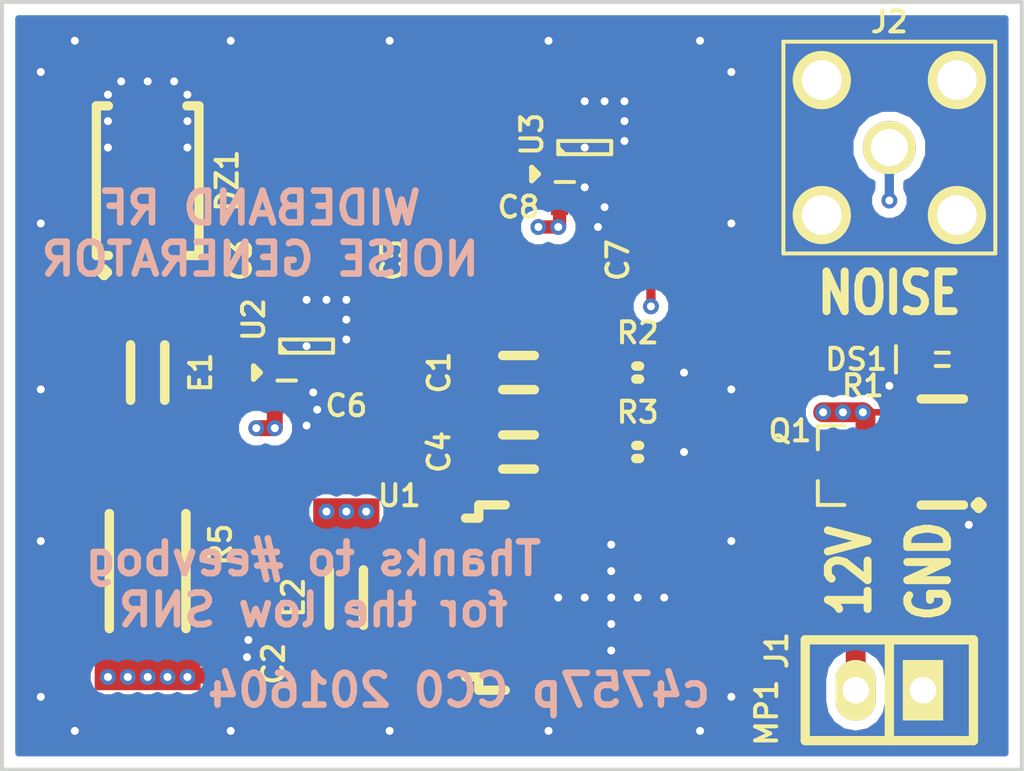
<source format=kicad_pcb>
(kicad_pcb (version 4) (host pcbnew "(2016-03-30 BZR 6657, Git fe53ec8)-product")

  (general
    (links 66)
    (no_connects 0)
    (area -0.075001 -0.075001 38.575001 29.075001)
    (thickness 1.6)
    (drawings 24)
    (tracks 225)
    (zones 0)
    (modules 23)
    (nets 18)
  )

  (page A4)
  (layers
    (0 F.Cu signal)
    (1 In1.Cu signal)
    (2 In2.Cu signal)
    (31 B.Cu signal)
    (32 B.Adhes user)
    (33 F.Adhes user)
    (34 B.Paste user)
    (35 F.Paste user)
    (36 B.SilkS user)
    (37 F.SilkS user)
    (38 B.Mask user)
    (39 F.Mask user)
    (40 Dwgs.User user)
    (41 Cmts.User user)
    (42 Eco1.User user)
    (43 Eco2.User user)
    (44 Edge.Cuts user)
    (45 Margin user)
    (46 B.CrtYd user)
    (47 F.CrtYd user)
    (48 B.Fab user)
    (49 F.Fab user hide)
  )

  (setup
    (last_trace_width 0.25)
    (trace_clearance 0.2)
    (zone_clearance 0.35)
    (zone_45_only no)
    (trace_min 0.2)
    (segment_width 0.2)
    (edge_width 0.15)
    (via_size 0.6)
    (via_drill 0.3)
    (via_min_size 0.4)
    (via_min_drill 0.3)
    (uvia_size 0.3)
    (uvia_drill 0.1)
    (uvias_allowed no)
    (uvia_min_size 0.2)
    (uvia_min_drill 0.1)
    (pcb_text_width 0.3)
    (pcb_text_size 1.5 1.5)
    (mod_edge_width 0.15)
    (mod_text_size 1 1)
    (mod_text_width 0.15)
    (pad_size 1.524 1.524)
    (pad_drill 0.762)
    (pad_to_mask_clearance 0.2)
    (aux_axis_origin 0 0)
    (visible_elements FFFFFF7F)
    (pcbplotparams
      (layerselection 0x010f0_ffffffff)
      (usegerberextensions true)
      (excludeedgelayer true)
      (linewidth 0.100000)
      (plotframeref false)
      (viasonmask false)
      (mode 1)
      (useauxorigin false)
      (hpglpennumber 1)
      (hpglpenspeed 20)
      (hpglpendiameter 15)
      (psnegative false)
      (psa4output false)
      (plotreference true)
      (plotvalue true)
      (plotinvisibletext false)
      (padsonsilk false)
      (subtractmaskfromsilk true)
      (outputformat 1)
      (mirror false)
      (drillshape 0)
      (scaleselection 1)
      (outputdirectory gerbers))
  )

  (net 0 "")
  (net 1 /+5)
  (net 2 GND)
  (net 3 "Net-(Q1-Pad1)")
  (net 4 "Net-(C7-Pad1)")
  (net 5 /+5FILT)
  (net 6 "Net-(C3-Pad1)")
  (net 7 "Net-(C7-Pad2)")
  (net 8 "Net-(DS1-Pad2)")
  (net 9 "Net-(E1-Pad1)")
  (net 10 "Net-(C3-Pad2)")
  (net 11 "Net-(R1-Pad7)")
  (net 12 "Net-(J1-Pad2)")
  (net 13 "Net-(C1-Pad2)")
  (net 14 "Net-(C4-Pad2)")
  (net 15 /+12)
  (net 16 "Net-(C5-Pad1)")
  (net 17 "Net-(C5-Pad2)")

  (net_class Default "This is the default net class."
    (clearance 0.2)
    (trace_width 0.25)
    (via_dia 0.6)
    (via_drill 0.3)
    (uvia_dia 0.3)
    (uvia_drill 0.1)
    (add_net /+12)
    (add_net /+5)
    (add_net /+5FILT)
    (add_net GND)
    (add_net "Net-(C1-Pad2)")
    (add_net "Net-(C3-Pad1)")
    (add_net "Net-(C3-Pad2)")
    (add_net "Net-(C4-Pad2)")
    (add_net "Net-(C5-Pad1)")
    (add_net "Net-(C5-Pad2)")
    (add_net "Net-(C7-Pad1)")
    (add_net "Net-(C7-Pad2)")
    (add_net "Net-(DS1-Pad2)")
    (add_net "Net-(E1-Pad1)")
    (add_net "Net-(J1-Pad2)")
    (add_net "Net-(Q1-Pad1)")
    (add_net "Net-(R1-Pad7)")
  )

  (module conn-100mil:CONN-100MIL-M-1x2 (layer F.Cu) (tedit 57002BEE) (tstamp 5702D341)
    (at 33.5 26 180)
    (path /57000B7E)
    (fp_text reference J1 (at 4.25 1.5 270) (layer F.SilkS)
      (effects (font (size 0.8 0.8) (thickness 0.15)))
    )
    (fp_text value POWER (at 0 0 180) (layer F.Fab)
      (effects (font (size 0.8 0.8) (thickness 0.15)))
    )
    (fp_line (start -3.175 -1.905) (end 3.175 -1.905) (layer F.CrtYd) (width 0.15))
    (fp_line (start 3.175 -1.905) (end 3.175 1.905) (layer F.CrtYd) (width 0.15))
    (fp_line (start 3.175 1.905) (end -3.175 1.905) (layer F.CrtYd) (width 0.15))
    (fp_line (start -3.175 1.905) (end -3.175 -1.905) (layer F.CrtYd) (width 0.15))
    (fp_line (start -3.175 -1.905) (end 3.175 -1.905) (layer F.Fab) (width 0.15))
    (fp_line (start 3.175 -1.905) (end 3.175 1.905) (layer F.Fab) (width 0.15))
    (fp_line (start 3.175 1.905) (end -3.175 1.905) (layer F.Fab) (width 0.15))
    (fp_line (start -3.175 1.905) (end -3.175 -1.905) (layer F.Fab) (width 0.15))
    (fp_line (start -3.175 -1.905) (end 3.175 -1.905) (layer F.SilkS) (width 0.35))
    (fp_line (start 3.175 -1.905) (end 3.175 1.905) (layer F.SilkS) (width 0.35))
    (fp_line (start 3.175 1.905) (end -3.175 1.905) (layer F.SilkS) (width 0.35))
    (fp_line (start -3.175 1.905) (end -3.175 -1.905) (layer F.SilkS) (width 0.35))
    (fp_line (start 0 -1.905) (end 0 1.905) (layer F.SilkS) (width 0.35))
    (fp_line (start 0 -1.905) (end 0 1.905) (layer F.Fab) (width 0.15))
    (pad 1 thru_hole rect (at -1.27 0 180) (size 1.524 2.286) (drill 1) (layers *.Cu *.Mask F.SilkS)
      (net 2 GND))
    (pad 2 thru_hole oval (at 1.27 0 180) (size 1.524 2.286) (drill 1) (layers *.Cu *.Mask F.SilkS)
      (net 12 "Net-(J1-Pad2)"))
    (model pin_strip/pin_strip_2.wrl
      (at (xyz 0 0 0))
      (scale (xyz 1 1 1))
      (rotate (xyz 0 0 0))
    )
  )

  (module smd-semi:TO-252 (layer F.Cu) (tedit 54FF498D) (tstamp 5702D197)
    (at 19.5 22.5)
    (path /56FFFC4E)
    (attr smd)
    (fp_text reference U1 (at -4.5 -3.85) (layer F.SilkS)
      (effects (font (size 0.8 0.8) (thickness 0.15)))
    )
    (fp_text value L78M05CDT (at 0 0) (layer F.Fab)
      (effects (font (size 0.8 0.8) (thickness 0.15)))
    )
    (fp_line (start -3 -3.5) (end 5.5 -3.5) (layer F.Fab) (width 0.15))
    (fp_line (start 5.5 -3.5) (end 5.5 3.5) (layer F.Fab) (width 0.15))
    (fp_line (start 5.5 3.5) (end -3 3.5) (layer F.Fab) (width 0.15))
    (fp_line (start -3 3.5) (end -3 -3.5) (layer F.Fab) (width 0.15))
    (fp_line (start -0.5 3.5) (end -1.5 3.5) (layer F.SilkS) (width 0.35))
    (fp_line (start -1.5 3.5) (end -1.5 3) (layer F.SilkS) (width 0.35))
    (fp_line (start -1.5 3) (end -2 3) (layer F.SilkS) (width 0.35))
    (fp_line (start -1.5 -3.5) (end -1.5 -3) (layer F.SilkS) (width 0.35))
    (fp_line (start -1.5 -3) (end -2 -3) (layer F.SilkS) (width 0.35))
    (fp_line (start -0.5 -3.5) (end -1.5 -3.5) (layer F.SilkS) (width 0.35))
    (fp_line (start -5 -4) (end 7 -4) (layer F.CrtYd) (width 0.15))
    (fp_line (start 7 -4) (end 7 4) (layer F.CrtYd) (width 0.15))
    (fp_line (start 7 4) (end -5 4) (layer F.CrtYd) (width 0.15))
    (fp_line (start -5 4) (end -5 -4) (layer F.CrtYd) (width 0.15))
    (pad 1 smd rect (at -3.6 -2.3 180) (size 2.45 1.45) (layers F.Cu F.Paste F.Mask)
      (net 15 /+12))
    (pad 2 smd rect (at -3.6 2.3 180) (size 2.45 1.45) (layers F.Cu F.Paste F.Mask)
      (net 1 /+5))
    (pad 3 smd rect (at 3.3 0 180) (size 6.95 6.95) (layers F.Cu F.Mask)
      (net 2 GND))
    (pad "" smd rect (at 1.5625 -1.7375 180) (size 2.457 2.457) (layers F.Paste))
    (pad "" smd rect (at 1.5625 1.7375 180) (size 2.457 2.457) (layers F.Paste))
    (pad "" smd rect (at 5.0375 1.7375 180) (size 2.457 2.457) (layers F.Paste))
    (pad "" smd rect (at 5.0375 -1.7375 180) (size 2.457 2.457) (layers F.Paste))
    (model smd_trans/d-pak.wrl
      (at (xyz 0 0 0))
      (scale (xyz 1 1 1))
      (rotate (xyz 0 0 90))
    )
  )

  (module smd-semi:SOT-23 (layer F.Cu) (tedit 54CBE5F0) (tstamp 5702D1DA)
    (at 31.5 17.5 180)
    (path /57000D08)
    (attr smd)
    (fp_text reference Q1 (at 1.75 1.3 360) (layer F.SilkS)
      (effects (font (size 0.8 0.8) (thickness 0.15)))
    )
    (fp_text value SI2309CDS (at 0 0 180) (layer F.Fab)
      (effects (font (size 0.8 0.8) (thickness 0.15)))
    )
    (fp_line (start -2 -1.75) (end 2 -1.75) (layer F.CrtYd) (width 0.15))
    (fp_line (start 2 -1.75) (end 2 1.75) (layer F.CrtYd) (width 0.15))
    (fp_line (start 2 1.75) (end -2 1.75) (layer F.CrtYd) (width 0.15))
    (fp_line (start -2 1.75) (end -2 -1.75) (layer F.CrtYd) (width 0.15))
    (fp_line (start 0.7 0.6) (end 0.7 1.5) (layer F.SilkS) (width 0.15))
    (fp_line (start 0.7 1.5) (end -0.3 1.5) (layer F.SilkS) (width 0.15))
    (fp_line (start -0.3 -1.5) (end 0.7 -1.5) (layer F.SilkS) (width 0.15))
    (fp_line (start 0.7 -1.5) (end 0.7 -0.6) (layer F.SilkS) (width 0.15))
    (fp_line (start -0.7 -1.5) (end 0.7 -1.5) (layer F.Fab) (width 0.15))
    (fp_line (start 0.7 -1.5) (end 0.7 1.5) (layer F.Fab) (width 0.15))
    (fp_line (start 0.7 1.5) (end -0.7 1.5) (layer F.Fab) (width 0.15))
    (fp_line (start -0.7 1.5) (end -0.7 -1.5) (layer F.Fab) (width 0.15))
    (pad 1 smd rect (at -1.1 -0.95 180) (size 1.3 0.9) (layers F.Cu F.Paste F.Mask)
      (net 3 "Net-(Q1-Pad1)"))
    (pad 2 smd rect (at -1.1 0.95 180) (size 1.3 0.9) (layers F.Cu F.Paste F.Mask)
      (net 15 /+12))
    (pad 3 smd rect (at 1.1 0 180) (size 1.3 0.8) (layers F.Cu F.Paste F.Mask)
      (net 12 "Net-(J1-Pad2)"))
    (model smd_trans/sot23.wrl
      (at (xyz 0 0 0))
      (scale (xyz 1 1 1))
      (rotate (xyz 0 0 90))
    )
  )

  (module smd-semi:LED-0603 (layer F.Cu) (tedit 560FE226) (tstamp 5702D290)
    (at 35.5 13.5)
    (path /5700228C)
    (attr smd)
    (fp_text reference DS1 (at -3.25 0) (layer F.SilkS)
      (effects (font (size 0.8 0.8) (thickness 0.15)))
    )
    (fp_text value POWER (at 0 0) (layer F.Fab)
      (effects (font (size 0.8 0.8) (thickness 0.15)))
    )
    (fp_line (start -1.5 -0.75) (end -1.5 0.75) (layer F.Fab) (width 0.15))
    (fp_line (start -1.75 0.75) (end -1.75 -0.75) (layer F.Fab) (width 0.15))
    (fp_line (start 1.75 0.75) (end -1.75 0.75) (layer F.Fab) (width 0.15))
    (fp_line (start 1.75 -0.75) (end 1.75 0.75) (layer F.Fab) (width 0.15))
    (fp_line (start -1.75 -0.75) (end 1.75 -0.75) (layer F.Fab) (width 0.15))
    (fp_line (start 0.25 0.25) (end -0.25 0.25) (layer F.SilkS) (width 0.15))
    (fp_line (start -0.25 -0.25) (end 0.25 -0.25) (layer F.SilkS) (width 0.15))
    (fp_line (start -1.75 -0.5) (end -1.75 0.5) (layer F.SilkS) (width 0.15))
    (fp_line (start -1.75 -0.75) (end 1.75 -0.75) (layer F.CrtYd) (width 0.15))
    (fp_line (start 1.75 -0.75) (end 1.75 0.75) (layer F.CrtYd) (width 0.15))
    (fp_line (start 1.75 0.75) (end -1.75 0.75) (layer F.CrtYd) (width 0.15))
    (fp_line (start -1.75 0.75) (end -1.75 -0.75) (layer F.CrtYd) (width 0.15))
    (pad 1 smd rect (at -0.89916 0) (size 0.89916 0.8001) (layers F.Cu F.Paste F.Mask)
      (net 2 GND))
    (pad 2 smd rect (at 0.89916 0) (size 0.89916 0.8001) (layers F.Cu F.Paste F.Mask)
      (net 8 "Net-(DS1-Pad2)"))
    (model smd_leds/led_0603.wrl
      (at (xyz 0 0 0))
      (scale (xyz 1 1 1))
      (rotate (xyz 0 0 180))
    )
  )

  (module manuf:LAIRD-BMI-S-203 (layer F.Cu) (tedit 54F74ACF) (tstamp 5702D2CA)
    (at 14.5 14.5)
    (path /56FFF671)
    (attr smd)
    (fp_text reference MP1 (at 14.368853 12.35054 90) (layer F.SilkS)
      (effects (font (size 0.8 0.8) (thickness 0.15)))
    )
    (fp_text value BMI-S-203 (at 0 0.1) (layer F.Fab)
      (effects (font (size 0.8 0.8) (thickness 0.15)))
    )
    (pad 1 smd rect (at -11.75 13.035) (size 3.57 1) (layers F.Cu F.Paste F.Mask)
      (net 2 GND))
    (pad 1 smd rect (at -5.865 13.035) (size 3.8 1) (layers F.Cu F.Paste F.Mask)
      (net 2 GND))
    (pad 1 smd rect (at 0.135 13.035) (size 3.8 1) (layers F.Cu F.Paste F.Mask)
      (net 2 GND))
    (pad 1 smd rect (at 6.135 13.035) (size 3.8 1) (layers F.Cu F.Paste F.Mask)
      (net 2 GND))
    (pad 1 smd rect (at 11.855 13.035) (size 3.24 1) (layers F.Cu F.Paste F.Mask)
      (net 2 GND))
    (pad 1 smd rect (at 6.135 -13.035) (size 3.8 1) (layers F.Cu F.Paste F.Mask)
      (net 2 GND))
    (pad 1 smd rect (at 0.135 -13.035) (size 3.8 1) (layers F.Cu F.Paste F.Mask)
      (net 2 GND))
    (pad 1 smd rect (at -11.75 -13.035) (size 3.57 1) (layers F.Cu F.Paste F.Mask)
      (net 2 GND))
    (pad 1 smd rect (at -5.865 -13.035) (size 3.8 1) (layers F.Cu F.Paste F.Mask)
      (net 2 GND))
    (pad 1 smd rect (at 11.855 -13.035) (size 3.24 1) (layers F.Cu F.Paste F.Mask)
      (net 2 GND))
    (pad 1 smd rect (at -13.035 0.135 90) (size 3.8 1) (layers F.Cu F.Paste F.Mask)
      (net 2 GND))
    (pad 1 smd rect (at -13.035 -6.135 90) (size 3.8 1) (layers F.Cu F.Paste F.Mask)
      (net 2 GND))
    (pad 1 smd rect (at -13.035 11.75 90) (size 3.57 1) (layers F.Cu F.Paste F.Mask)
      (net 2 GND))
    (pad 1 smd rect (at -13.035 5.865 90) (size 3.8 1) (layers F.Cu F.Paste F.Mask)
      (net 2 GND))
    (pad 1 smd rect (at -13.035 -11.855 90) (size 3.24 1) (layers F.Cu F.Paste F.Mask)
      (net 2 GND))
    (pad 1 smd rect (at 13.035 -11.855 90) (size 3.24 1) (layers F.Cu F.Paste F.Mask)
      (net 2 GND))
    (pad 1 smd rect (at 13.035 5.865 90) (size 3.8 1) (layers F.Cu F.Paste F.Mask)
      (net 2 GND))
    (pad 1 smd rect (at 13.035 11.75 90) (size 3.57 1) (layers F.Cu F.Paste F.Mask)
      (net 2 GND))
    (pad 1 smd rect (at 13.035 0.135 90) (size 3.8 1) (layers F.Cu F.Paste F.Mask)
      (net 2 GND))
    (pad 1 smd rect (at 13.035 -6.135 90) (size 3.8 1) (layers F.Cu F.Paste F.Mask)
      (net 2 GND))
  )

  (module conn-linx:CONN-CONSMA001 (layer F.Cu) (tedit 54CEE785) (tstamp 5702D30A)
    (at 33.5 5.5)
    (path /56FFED65)
    (fp_text reference J2 (at 0 -4.75) (layer F.SilkS)
      (effects (font (size 0.8 0.8) (thickness 0.15)))
    )
    (fp_text value OUT (at 0 0) (layer F.Fab)
      (effects (font (size 0.8 0.8) (thickness 0.15)))
    )
    (fp_line (start 4 -4) (end -4 -4) (layer F.Fab) (width 0.15))
    (fp_line (start -4 -4) (end -4 4) (layer F.Fab) (width 0.15))
    (fp_line (start -4 4) (end 4 4) (layer F.Fab) (width 0.15))
    (fp_line (start 4 4) (end 4 -4) (layer F.Fab) (width 0.15))
    (fp_line (start 4 -4) (end -4 -4) (layer F.SilkS) (width 0.15))
    (fp_line (start -4 -4) (end -4 4) (layer F.SilkS) (width 0.15))
    (fp_line (start -4 4) (end 4 4) (layer F.SilkS) (width 0.15))
    (fp_line (start 4 4) (end 4 -4) (layer F.SilkS) (width 0.15))
    (fp_circle (center 0 0) (end 5 0) (layer F.CrtYd) (width 0.2))
    (pad 1 thru_hole circle (at 0 0) (size 2 2) (drill 1.4) (layers *.Cu *.Mask F.SilkS)
      (net 4 "Net-(C7-Pad1)"))
    (pad 2 thru_hole circle (at -2.55 -2.55) (size 2.2 2.2) (drill 1.5) (layers *.Cu *.Mask F.SilkS)
      (net 2 GND))
    (pad 2 thru_hole circle (at 2.55 -2.55) (size 2.2 2.2) (drill 1.5) (layers *.Cu *.Mask F.SilkS)
      (net 2 GND))
    (pad 2 thru_hole circle (at -2.55 2.55) (size 2.2 2.2) (drill 1.5) (layers *.Cu *.Mask F.SilkS)
      (net 2 GND))
    (pad 2 thru_hole circle (at 2.55 2.55) (size 2.2 2.2) (drill 1.5) (layers *.Cu *.Mask F.SilkS)
      (net 2 GND))
    (model conn_rf/sma_straight_32k101-400l5.wrl
      (at (xyz 0 0 0))
      (scale (xyz 1 1 1))
      (rotate (xyz 0 0 0))
    )
  )

  (module IPC7351-Nominal:RESCAXE80P160X320X70-8 (layer F.Cu) (tedit 46C4CE8F) (tstamp 5702D37F)
    (at 35.5 17 180)
    (descr "Resistor,Chip Array,0.80mm pitch;8 pin,1.60mm L X 3.20mm W X 0.70mm H")
    (path /570016A2)
    (attr smd)
    (fp_text reference R1 (at 3 2.5 180) (layer F.SilkS)
      (effects (font (size 0.8 0.8) (thickness 0.15)))
    )
    (fp_text value 220k (at 0 0 180) (layer F.Fab)
      (effects (font (size 0.8 0.8) (thickness 0.15)))
    )
    (fp_line (start -0.8 -2.004) (end 0.8 -2.004) (layer F.SilkS) (width 0.35))
    (fp_line (start -0.8 2.004) (end 0.8 2.004) (layer F.SilkS) (width 0.35))
    (fp_line (start -1.502 -2.004) (end -1.375 -2.131) (layer F.SilkS) (width 0.35))
    (fp_line (start -1.375 -2.131) (end -1.248 -2.004) (layer F.SilkS) (width 0.35))
    (fp_line (start -1.248 -2.004) (end -1.375 -1.877) (layer F.SilkS) (width 0.35))
    (fp_line (start -1.375 -1.877) (end -1.502 -2.004) (layer F.SilkS) (width 0.35))
    (fp_line (start -1.752 -2.381) (end 1.625 -2.381) (layer F.CrtYd) (width 0.15))
    (fp_line (start 1.625 -2.381) (end 1.625 2.254) (layer F.CrtYd) (width 0.15))
    (fp_line (start 1.625 2.254) (end -1.752 2.254) (layer F.CrtYd) (width 0.15))
    (fp_line (start -1.752 2.254) (end -1.752 -2.381) (layer F.CrtYd) (width 0.15))
    (pad 1 smd rect (at -0.9 -1.2 180) (size 0.95 0.55) (layers F.Cu F.Paste F.Mask)
      (net 2 GND))
    (pad 2 smd rect (at -0.9 -0.4 180) (size 0.95 0.55) (layers F.Cu F.Paste F.Mask)
      (net 3 "Net-(Q1-Pad1)"))
    (pad 3 smd rect (at -0.9 0.4 180) (size 0.95 0.55) (layers F.Cu F.Paste F.Mask)
      (net 3 "Net-(Q1-Pad1)"))
    (pad 4 smd rect (at -0.9 1.2 180) (size 0.95 0.55) (layers F.Cu F.Paste F.Mask)
      (net 8 "Net-(DS1-Pad2)"))
    (pad 5 smd rect (at 0.9 1.2 180) (size 0.95 0.55) (layers F.Cu F.Paste F.Mask)
      (net 15 /+12))
    (pad 6 smd rect (at 0.9 0.4 180) (size 0.95 0.55) (layers F.Cu F.Paste F.Mask)
      (net 15 /+12))
    (pad 7 smd rect (at 0.9 -0.4 180) (size 0.95 0.55) (layers F.Cu F.Paste F.Mask)
      (net 11 "Net-(R1-Pad7)"))
    (pad 8 smd rect (at 0.9 -1.2 180) (size 0.95 0.55) (layers F.Cu F.Paste F.Mask)
      (net 11 "Net-(R1-Pad7)"))
    (model smd_resistors/r_cat16-4.wrl
      (at (xyz 0 0 0))
      (scale (xyz 1.5 1 1))
      (rotate (xyz 0 0 0))
    )
  )

  (module IPC7351-Nominal:RESC6432X70 (layer F.Cu) (tedit 964A9CB4) (tstamp 5702D3B7)
    (at 5.5 21.5 90)
    (descr "Resistor,Chip;6.40mm L X 3.20mm W X 0.70mm H")
    (path /56FFEF21)
    (attr smd)
    (fp_text reference R5 (at 1 2.75 270) (layer F.SilkS)
      (effects (font (size 0.8 0.8) (thickness 0.15)))
    )
    (fp_text value 33 (at 0 0 90) (layer F.Fab)
      (effects (font (size 0.8 0.8) (thickness 0.15)))
    )
    (fp_line (start -2.171 1.446) (end 2.171 1.446) (layer F.SilkS) (width 0.35))
    (fp_line (start 2.171 1.446) (end -2.171 1.446) (layer F.SilkS) (width 0.35))
    (fp_line (start -2.171 -1.446) (end 2.171 -1.446) (layer F.SilkS) (width 0.35))
    (fp_line (start 2.171 -1.446) (end -2.171 -1.446) (layer F.SilkS) (width 0.35))
    (fp_line (start -3.925 -1.95) (end 3.925 -1.95) (layer F.CrtYd) (width 0.15))
    (fp_line (start 3.925 -1.95) (end 3.925 1.95) (layer F.CrtYd) (width 0.15))
    (fp_line (start 3.925 1.95) (end -3.925 1.95) (layer F.CrtYd) (width 0.15))
    (fp_line (start -3.925 1.95) (end -3.925 -1.95) (layer F.CrtYd) (width 0.15))
    (pad 1 smd rect (at -3.05 0 90) (size 1.25 3.4) (layers F.Cu F.Paste F.Mask)
      (net 15 /+12))
    (pad 2 smd rect (at 3.05 0 90) (size 1.25 3.4) (layers F.Cu F.Paste F.Mask)
      (net 9 "Net-(E1-Pad1)"))
    (model smd_resistors/r_2512.wrl
      (at (xyz 0 0 0))
      (scale (xyz 1 1 1))
      (rotate (xyz 0 0 0))
    )
  )

  (module IPC7351-Nominal:INDC4516X160 (layer F.Cu) (tedit 7F9F2AC2) (tstamp 5702D3DF)
    (at 13 22.5 90)
    (descr "Inductor,Chip;4.50mm L X 1.60mm W X 1.60mm H")
    (path /57000529)
    (attr smd)
    (fp_text reference E2 (at 0 -2 90) (layer F.SilkS)
      (effects (font (size 0.8 0.8) (thickness 0.15)))
    )
    (fp_text value 150@100M (at 0 0 90) (layer F.Fab)
      (effects (font (size 0.8 0.8) (thickness 0.15)))
    )
    (fp_line (start -1.046 0.646) (end 1.046 0.646) (layer F.SilkS) (width 0.35))
    (fp_line (start 1.046 0.646) (end -1.046 0.646) (layer F.SilkS) (width 0.35))
    (fp_line (start -1.046 -0.646) (end 1.046 -0.646) (layer F.SilkS) (width 0.35))
    (fp_line (start 1.046 -0.646) (end -1.046 -0.646) (layer F.SilkS) (width 0.35))
    (fp_line (start -2.95 -1.15) (end 2.95 -1.15) (layer F.CrtYd) (width 0.15))
    (fp_line (start 2.95 -1.15) (end 2.95 1.15) (layer F.CrtYd) (width 0.15))
    (fp_line (start 2.95 1.15) (end -2.95 1.15) (layer F.CrtYd) (width 0.15))
    (fp_line (start -2.95 1.15) (end -2.95 -1.15) (layer F.CrtYd) (width 0.15))
    (pad 1 smd rect (at -2 0 90) (size 1.4 1.8) (layers F.Cu F.Paste F.Mask)
      (net 1 /+5))
    (pad 2 smd rect (at 2 0 90) (size 1.4 1.8) (layers F.Cu F.Paste F.Mask)
      (net 5 /+5FILT))
    (model smd_resistors/r_0805.wrl
      (at (xyz 0 0 0))
      (scale (xyz 2.5 1.2 1))
      (rotate (xyz 0 0 0))
    )
  )

  (module IPC7351-Nominal:INDC4516X160 (layer F.Cu) (tedit 7F9F2AC2) (tstamp 5702D407)
    (at 5.5 14 90)
    (descr "Inductor,Chip;4.50mm L X 1.60mm W X 1.60mm H")
    (path /56FFF968)
    (attr smd)
    (fp_text reference E1 (at 0 2 90) (layer F.SilkS)
      (effects (font (size 0.8 0.8) (thickness 0.15)))
    )
    (fp_text value 150@100M (at 0 0 90) (layer F.Fab)
      (effects (font (size 0.8 0.8) (thickness 0.15)))
    )
    (fp_line (start -1.046 0.646) (end 1.046 0.646) (layer F.SilkS) (width 0.35))
    (fp_line (start 1.046 0.646) (end -1.046 0.646) (layer F.SilkS) (width 0.35))
    (fp_line (start -1.046 -0.646) (end 1.046 -0.646) (layer F.SilkS) (width 0.35))
    (fp_line (start 1.046 -0.646) (end -1.046 -0.646) (layer F.SilkS) (width 0.35))
    (fp_line (start -2.95 -1.15) (end 2.95 -1.15) (layer F.CrtYd) (width 0.15))
    (fp_line (start 2.95 -1.15) (end 2.95 1.15) (layer F.CrtYd) (width 0.15))
    (fp_line (start 2.95 1.15) (end -2.95 1.15) (layer F.CrtYd) (width 0.15))
    (fp_line (start -2.95 1.15) (end -2.95 -1.15) (layer F.CrtYd) (width 0.15))
    (pad 1 smd rect (at -2 0 90) (size 1.4 1.8) (layers F.Cu F.Paste F.Mask)
      (net 9 "Net-(E1-Pad1)"))
    (pad 2 smd rect (at 2 0 90) (size 1.4 1.8) (layers F.Cu F.Paste F.Mask)
      (net 10 "Net-(C3-Pad2)"))
    (model smd_resistors/r_0805.wrl
      (at (xyz 0 0 0))
      (scale (xyz 2.5 1.2 1))
      (rotate (xyz 0 0 0))
    )
  )

  (module IPC7351-Nominal:DIOM5436X241 (layer F.Cu) (tedit EFFCA39D) (tstamp 5702D435)
    (at 5.5 6.75 90)
    (descr "Diode,Molded Body;5.40mm L X 3.62mm W X 2.41mm H")
    (path /56FFEE96)
    (attr smd)
    (fp_text reference DZ1 (at 0 3 90) (layer F.SilkS)
      (effects (font (size 0.8 0.8) (thickness 0.15)))
    )
    (fp_text value 10V (at 0 0 90) (layer F.Fab)
      (effects (font (size 0.8 0.8) (thickness 0.15)))
    )
    (fp_line (start -2.827 -1.481) (end -2.827 -1.937) (layer F.SilkS) (width 0.35))
    (fp_line (start -2.827 -1.937) (end 2.827 -1.937) (layer F.SilkS) (width 0.35))
    (fp_line (start 2.827 -1.937) (end 2.827 -1.481) (layer F.SilkS) (width 0.35))
    (fp_line (start -2.827 1.481) (end -2.827 1.937) (layer F.SilkS) (width 0.35))
    (fp_line (start -2.827 1.937) (end 2.827 1.937) (layer F.SilkS) (width 0.35))
    (fp_line (start 2.827 1.937) (end 2.827 1.481) (layer F.SilkS) (width 0.35))
    (fp_line (start -3.589 -1.6461) (end -3.462 -1.7731) (layer F.SilkS) (width 0.35))
    (fp_line (start -3.462 -1.7731) (end -3.335 -1.6461) (layer F.SilkS) (width 0.35))
    (fp_line (start -3.335 -1.6461) (end -3.462 -1.5191) (layer F.SilkS) (width 0.35))
    (fp_line (start -3.462 -1.5191) (end -3.589 -1.6461) (layer F.SilkS) (width 0.35))
    (fp_line (start -3.839 -2.187) (end 3.65 -2.187) (layer F.CrtYd) (width 0.15))
    (fp_line (start 3.65 -2.187) (end 3.65 2.187) (layer F.CrtYd) (width 0.15))
    (fp_line (start 3.65 2.187) (end -3.839 2.187) (layer F.CrtYd) (width 0.15))
    (fp_line (start -3.839 2.187) (end -3.839 -2.187) (layer F.CrtYd) (width 0.15))
    (pad 1 smd rect (at -2.25 0 90) (size 2.3 2.2) (layers F.Cu F.Paste F.Mask)
      (net 10 "Net-(C3-Pad2)"))
    (pad 2 smd rect (at 2.25 0 90) (size 2.3 2.2) (layers F.Cu F.Paste F.Mask)
      (net 2 GND))
    (model smd_diode/do214aa.wrl
      (at (xyz 0 0 0))
      (scale (xyz 1 1 1))
      (rotate (xyz 0 0 180))
    )
  )

  (module smd-semi:SOT-363 (layer F.Cu) (tedit 54CBE743) (tstamp 57002798)
    (at 22 5.5 90)
    (path /57002471)
    (attr smd)
    (fp_text reference U3 (at 0.5 -2 90) (layer F.SilkS)
      (effects (font (size 0.8 0.8) (thickness 0.15)))
    )
    (fp_text value BGA2869 (at 0 0 90) (layer F.Fab)
      (effects (font (size 0.8 0.8) (thickness 0.15)))
    )
    (fp_line (start -1.3 -1.1) (end -1.3 -0.4) (layer F.SilkS) (width 0.15))
    (fp_line (start 1.45 -1.35) (end 1.45 1.35) (layer F.CrtYd) (width 0.15))
    (fp_line (start 1.45 1.35) (end -1.45 1.35) (layer F.CrtYd) (width 0.15))
    (fp_line (start -1.45 1.35) (end -1.45 -1.35) (layer F.CrtYd) (width 0.15))
    (fp_line (start -1.45 -1.35) (end 1.45 -1.35) (layer F.CrtYd) (width 0.15))
    (fp_line (start -1 -1) (end -1 -0.5) (layer F.Fab) (width 0.15))
    (fp_line (start -0.675 -1.1) (end 0.675 -1.1) (layer F.Fab) (width 0.15))
    (fp_line (start 0.675 -1.1) (end 0.675 1.1) (layer F.Fab) (width 0.15))
    (fp_line (start 0.675 1.1) (end -0.675 1.1) (layer F.Fab) (width 0.15))
    (fp_line (start -0.675 1.1) (end -0.675 -1.1) (layer F.Fab) (width 0.15))
    (fp_line (start 0 -1) (end -0.25 -0.75) (layer F.SilkS) (width 0.15))
    (fp_line (start -0.25 1) (end 0.25 1) (layer F.SilkS) (width 0.15))
    (fp_line (start 0.25 1) (end 0.25 -1) (layer F.SilkS) (width 0.15))
    (fp_line (start 0.25 -1) (end -0.25 -1) (layer F.SilkS) (width 0.15))
    (fp_line (start -0.25 -1) (end -0.25 1) (layer F.SilkS) (width 0.15))
    (pad 1 smd rect (at -0.9 -0.75 90) (size 0.6 0.6) (layers F.Cu F.Paste F.Mask)
      (net 5 /+5FILT))
    (pad 2 smd rect (at -0.9 0 90) (size 0.6 0.4) (layers F.Cu F.Paste F.Mask)
      (net 2 GND))
    (pad 3 smd rect (at -0.9 0.75 90) (size 0.6 0.6) (layers F.Cu F.Paste F.Mask)
      (net 7 "Net-(C7-Pad2)"))
    (pad 4 smd rect (at 0.9 0.75 90) (size 0.6 0.6) (layers F.Cu F.Paste F.Mask)
      (net 2 GND))
    (pad 5 smd rect (at 0.9 0 90) (size 0.6 0.4) (layers F.Cu F.Paste F.Mask)
      (net 2 GND))
    (pad 6 smd rect (at 0.9 -0.75 90) (size 0.6 0.6) (layers F.Cu F.Paste F.Mask)
      (net 16 "Net-(C5-Pad1)"))
    (model smd_trans/sot323-6.wrl
      (at (xyz 0 0 0))
      (scale (xyz 0.9 0.8 0.8))
      (rotate (xyz 0 0 90))
    )
  )

  (module smd-semi:SOT-363 (layer F.Cu) (tedit 54CBE743) (tstamp 570027E0)
    (at 11.5 13 90)
    (path /570021FD)
    (attr smd)
    (fp_text reference U2 (at 1 -2 90) (layer F.SilkS)
      (effects (font (size 0.8 0.8) (thickness 0.15)))
    )
    (fp_text value BGA2869 (at 0 0 90) (layer F.Fab)
      (effects (font (size 0.8 0.8) (thickness 0.15)))
    )
    (fp_line (start -1.3 -1.1) (end -1.3 -0.4) (layer F.SilkS) (width 0.15))
    (fp_line (start 1.45 -1.35) (end 1.45 1.35) (layer F.CrtYd) (width 0.15))
    (fp_line (start 1.45 1.35) (end -1.45 1.35) (layer F.CrtYd) (width 0.15))
    (fp_line (start -1.45 1.35) (end -1.45 -1.35) (layer F.CrtYd) (width 0.15))
    (fp_line (start -1.45 -1.35) (end 1.45 -1.35) (layer F.CrtYd) (width 0.15))
    (fp_line (start -1 -1) (end -1 -0.5) (layer F.Fab) (width 0.15))
    (fp_line (start -0.675 -1.1) (end 0.675 -1.1) (layer F.Fab) (width 0.15))
    (fp_line (start 0.675 -1.1) (end 0.675 1.1) (layer F.Fab) (width 0.15))
    (fp_line (start 0.675 1.1) (end -0.675 1.1) (layer F.Fab) (width 0.15))
    (fp_line (start -0.675 1.1) (end -0.675 -1.1) (layer F.Fab) (width 0.15))
    (fp_line (start 0 -1) (end -0.25 -0.75) (layer F.SilkS) (width 0.15))
    (fp_line (start -0.25 1) (end 0.25 1) (layer F.SilkS) (width 0.15))
    (fp_line (start 0.25 1) (end 0.25 -1) (layer F.SilkS) (width 0.15))
    (fp_line (start 0.25 -1) (end -0.25 -1) (layer F.SilkS) (width 0.15))
    (fp_line (start -0.25 -1) (end -0.25 1) (layer F.SilkS) (width 0.15))
    (pad 1 smd rect (at -0.9 -0.75 90) (size 0.6 0.6) (layers F.Cu F.Paste F.Mask)
      (net 5 /+5FILT))
    (pad 2 smd rect (at -0.9 0 90) (size 0.6 0.4) (layers F.Cu F.Paste F.Mask)
      (net 2 GND))
    (pad 3 smd rect (at -0.9 0.75 90) (size 0.6 0.6) (layers F.Cu F.Paste F.Mask)
      (net 17 "Net-(C5-Pad2)"))
    (pad 4 smd rect (at 0.9 0.75 90) (size 0.6 0.6) (layers F.Cu F.Paste F.Mask)
      (net 2 GND))
    (pad 5 smd rect (at 0.9 0 90) (size 0.6 0.4) (layers F.Cu F.Paste F.Mask)
      (net 2 GND))
    (pad 6 smd rect (at 0.9 -0.75 90) (size 0.6 0.6) (layers F.Cu F.Paste F.Mask)
      (net 6 "Net-(C3-Pad1)"))
    (model smd_trans/sot323-6.wrl
      (at (xyz 0 0 0))
      (scale (xyz 0.9 0.8 0.8))
      (rotate (xyz 0 0 90))
    )
  )

  (module IPC7351-Nominal:RESC1608X50 (layer F.Cu) (tedit 21C7FF3E) (tstamp 570033E5)
    (at 24 14)
    (descr "Resistor,Chip;1.58mm L X 0.85mm W X 0.50mm H")
    (path /57002E50)
    (attr smd)
    (fp_text reference R2 (at 0 -1.5 180) (layer F.SilkS)
      (effects (font (size 0.8 0.8) (thickness 0.15)))
    )
    (fp_text value 1R (at 0 0) (layer F.Fab)
      (effects (font (size 0.8 0.8) (thickness 0.15)))
    )
    (fp_line (start -0.071 0.246) (end 0.071 0.246) (layer F.SilkS) (width 0.35))
    (fp_line (start 0.071 0.246) (end -0.071 0.246) (layer F.SilkS) (width 0.35))
    (fp_line (start -0.071 -0.246) (end 0.071 -0.246) (layer F.SilkS) (width 0.35))
    (fp_line (start 0.071 -0.246) (end -0.071 -0.246) (layer F.SilkS) (width 0.35))
    (fp_line (start -1.425 -0.75) (end 1.425 -0.75) (layer F.CrtYd) (width 0.15))
    (fp_line (start 1.425 -0.75) (end 1.425 0.75) (layer F.CrtYd) (width 0.15))
    (fp_line (start 1.425 0.75) (end -1.425 0.75) (layer F.CrtYd) (width 0.15))
    (fp_line (start -1.425 0.75) (end -1.425 -0.75) (layer F.CrtYd) (width 0.15))
    (pad 1 smd rect (at -0.75 0) (size 0.85 1) (layers F.Cu F.Paste F.Mask)
      (net 13 "Net-(C1-Pad2)"))
    (pad 2 smd rect (at 0.75 0) (size 0.85 1) (layers F.Cu F.Paste F.Mask)
      (net 2 GND))
    (model smd_resistors/r_0603.wrl
      (at (xyz 0 0 0))
      (scale (xyz 1 1 1))
      (rotate (xyz 0 0 0))
    )
  )

  (module IPC7351-Nominal:RESC1608X50 (layer F.Cu) (tedit 21C7FF3E) (tstamp 5700340D)
    (at 24 17)
    (descr "Resistor,Chip;1.58mm L X 0.85mm W X 0.50mm H")
    (path /5700306A)
    (attr smd)
    (fp_text reference R3 (at 0 -1.5 180) (layer F.SilkS)
      (effects (font (size 0.8 0.8) (thickness 0.15)))
    )
    (fp_text value 1R (at 0 0) (layer F.Fab)
      (effects (font (size 0.8 0.8) (thickness 0.15)))
    )
    (fp_line (start -0.071 0.246) (end 0.071 0.246) (layer F.SilkS) (width 0.35))
    (fp_line (start 0.071 0.246) (end -0.071 0.246) (layer F.SilkS) (width 0.35))
    (fp_line (start -0.071 -0.246) (end 0.071 -0.246) (layer F.SilkS) (width 0.35))
    (fp_line (start 0.071 -0.246) (end -0.071 -0.246) (layer F.SilkS) (width 0.35))
    (fp_line (start -1.425 -0.75) (end 1.425 -0.75) (layer F.CrtYd) (width 0.15))
    (fp_line (start 1.425 -0.75) (end 1.425 0.75) (layer F.CrtYd) (width 0.15))
    (fp_line (start 1.425 0.75) (end -1.425 0.75) (layer F.CrtYd) (width 0.15))
    (fp_line (start -1.425 0.75) (end -1.425 -0.75) (layer F.CrtYd) (width 0.15))
    (pad 1 smd rect (at -0.75 0) (size 0.85 1) (layers F.Cu F.Paste F.Mask)
      (net 14 "Net-(C4-Pad2)"))
    (pad 2 smd rect (at 0.75 0) (size 0.85 1) (layers F.Cu F.Paste F.Mask)
      (net 2 GND))
    (model smd_resistors/r_0603.wrl
      (at (xyz 0 0 0))
      (scale (xyz 1 1 1))
      (rotate (xyz 0 0 0))
    )
  )

  (module IPC7351-Nominal:CAPC3216X70 (layer F.Cu) (tedit 89D51383) (tstamp 57003482)
    (at 19.5 14)
    (descr "Capacitor,non-polarized,Chip;3.20mm L X 1.60mm W X 0.70mm H")
    (path /57002AED)
    (attr smd)
    (fp_text reference C1 (at -3 0 90) (layer F.SilkS)
      (effects (font (size 0.8 0.8) (thickness 0.15)))
    )
    (fp_text value 10u (at 0 0) (layer F.Fab)
      (effects (font (size 0.8 0.8) (thickness 0.15)))
    )
    (fp_line (start -0.596 0.646) (end 0.596 0.646) (layer F.SilkS) (width 0.35))
    (fp_line (start 0.596 0.646) (end -0.596 0.646) (layer F.SilkS) (width 0.35))
    (fp_line (start -0.596 -0.646) (end 0.596 -0.646) (layer F.SilkS) (width 0.35))
    (fp_line (start 0.596 -0.646) (end -0.596 -0.646) (layer F.SilkS) (width 0.35))
    (fp_line (start -2.3 -1.15) (end 2.3 -1.15) (layer F.CrtYd) (width 0.15))
    (fp_line (start 2.3 -1.15) (end 2.3 1.15) (layer F.CrtYd) (width 0.15))
    (fp_line (start 2.3 1.15) (end -2.3 1.15) (layer F.CrtYd) (width 0.15))
    (fp_line (start -2.3 1.15) (end -2.3 -1.15) (layer F.CrtYd) (width 0.15))
    (pad 1 smd rect (at -1.45 0) (size 1.2 1.8) (layers F.Cu F.Paste F.Mask)
      (net 15 /+12))
    (pad 2 smd rect (at 1.45 0) (size 1.2 1.8) (layers F.Cu F.Paste F.Mask)
      (net 13 "Net-(C1-Pad2)"))
    (model smd_cap/c_1206.wrl
      (at (xyz 0 0 0))
      (scale (xyz 1 1 1))
      (rotate (xyz 0 0 0))
    )
  )

  (module IPC7351-Nominal:CAPC3216X70 (layer F.Cu) (tedit 89D51383) (tstamp 570034A9)
    (at 19.5 17)
    (descr "Capacitor,non-polarized,Chip;3.20mm L X 1.60mm W X 0.70mm H")
    (path /57002C34)
    (attr smd)
    (fp_text reference C4 (at -3 0 90) (layer F.SilkS)
      (effects (font (size 0.8 0.8) (thickness 0.15)))
    )
    (fp_text value 10u (at 0 0) (layer F.Fab)
      (effects (font (size 0.8 0.8) (thickness 0.15)))
    )
    (fp_line (start -0.596 0.646) (end 0.596 0.646) (layer F.SilkS) (width 0.35))
    (fp_line (start 0.596 0.646) (end -0.596 0.646) (layer F.SilkS) (width 0.35))
    (fp_line (start -0.596 -0.646) (end 0.596 -0.646) (layer F.SilkS) (width 0.35))
    (fp_line (start 0.596 -0.646) (end -0.596 -0.646) (layer F.SilkS) (width 0.35))
    (fp_line (start -2.3 -1.15) (end 2.3 -1.15) (layer F.CrtYd) (width 0.15))
    (fp_line (start 2.3 -1.15) (end 2.3 1.15) (layer F.CrtYd) (width 0.15))
    (fp_line (start 2.3 1.15) (end -2.3 1.15) (layer F.CrtYd) (width 0.15))
    (fp_line (start -2.3 1.15) (end -2.3 -1.15) (layer F.CrtYd) (width 0.15))
    (pad 1 smd rect (at -1.45 0) (size 1.2 1.8) (layers F.Cu F.Paste F.Mask)
      (net 1 /+5))
    (pad 2 smd rect (at 1.45 0) (size 1.2 1.8) (layers F.Cu F.Paste F.Mask)
      (net 14 "Net-(C4-Pad2)"))
    (model smd_cap/c_1206.wrl
      (at (xyz 0 0 0))
      (scale (xyz 1 1 1))
      (rotate (xyz 0 0 0))
    )
  )

  (module IPC7351-Nominal:CAPC1005X55 (layer F.Cu) (tedit 71403DEC) (tstamp 5700532E)
    (at 24.5 9.75 90)
    (descr "Capacitor,non-polarized,Chip;1.00mm L X 0.50mm W X 0.55mm H")
    (path /570041CD)
    (attr smd)
    (fp_text reference C7 (at 0 -1.25 90) (layer F.SilkS)
      (effects (font (size 0.8 0.8) (thickness 0.15)))
    )
    (fp_text value 68n (at 0 0 90) (layer F.Fab)
      (effects (font (size 0.8 0.8) (thickness 0.15)))
    )
    (fp_line (start -1.025 -0.55) (end 1.025 -0.55) (layer F.CrtYd) (width 0.15))
    (fp_line (start 1.025 -0.55) (end 1.025 0.55) (layer F.CrtYd) (width 0.15))
    (fp_line (start 1.025 0.55) (end -1.025 0.55) (layer F.CrtYd) (width 0.15))
    (fp_line (start -1.025 0.55) (end -1.025 -0.55) (layer F.CrtYd) (width 0.15))
    (pad 1 smd rect (at -0.45 0 90) (size 0.65 0.6) (layers F.Cu F.Paste F.Mask)
      (net 4 "Net-(C7-Pad1)"))
    (pad 2 smd rect (at 0.45 0 90) (size 0.65 0.6) (layers F.Cu F.Paste F.Mask)
      (net 7 "Net-(C7-Pad2)"))
    (model smd_cap/c_0402.wrl
      (at (xyz 0 0 0))
      (scale (xyz 1 1 1))
      (rotate (xyz 0 0 0))
    )
  )

  (module IPC7351-Nominal:CAPC1005X55 (layer F.Cu) (tedit 71403DEC) (tstamp 57005352)
    (at 16 9.75 270)
    (descr "Capacitor,non-polarized,Chip;1.00mm L X 0.50mm W X 0.55mm H")
    (path /57004126)
    (attr smd)
    (fp_text reference C5 (at 0 1.25 270) (layer F.SilkS)
      (effects (font (size 0.8 0.8) (thickness 0.15)))
    )
    (fp_text value 68n (at 0 0 270) (layer F.Fab)
      (effects (font (size 0.8 0.8) (thickness 0.15)))
    )
    (fp_line (start -1.025 -0.55) (end 1.025 -0.55) (layer F.CrtYd) (width 0.15))
    (fp_line (start 1.025 -0.55) (end 1.025 0.55) (layer F.CrtYd) (width 0.15))
    (fp_line (start 1.025 0.55) (end -1.025 0.55) (layer F.CrtYd) (width 0.15))
    (fp_line (start -1.025 0.55) (end -1.025 -0.55) (layer F.CrtYd) (width 0.15))
    (pad 1 smd rect (at -0.45 0 270) (size 0.65 0.6) (layers F.Cu F.Paste F.Mask)
      (net 16 "Net-(C5-Pad1)"))
    (pad 2 smd rect (at 0.45 0 270) (size 0.65 0.6) (layers F.Cu F.Paste F.Mask)
      (net 17 "Net-(C5-Pad2)"))
    (model smd_cap/c_0402.wrl
      (at (xyz 0 0 0))
      (scale (xyz 1 1 1))
      (rotate (xyz 0 0 0))
    )
  )

  (module IPC7351-Nominal:CAPC1005X55 (layer F.Cu) (tedit 71403DEC) (tstamp 57005365)
    (at 10.25 9.75 90)
    (descr "Capacitor,non-polarized,Chip;1.00mm L X 0.50mm W X 0.55mm H")
    (path /57003DB4)
    (attr smd)
    (fp_text reference C3 (at 0 -1.25 90) (layer F.SilkS)
      (effects (font (size 0.8 0.8) (thickness 0.15)))
    )
    (fp_text value 68n (at 0 0 90) (layer F.Fab)
      (effects (font (size 0.8 0.8) (thickness 0.15)))
    )
    (fp_line (start -1.025 -0.55) (end 1.025 -0.55) (layer F.CrtYd) (width 0.15))
    (fp_line (start 1.025 -0.55) (end 1.025 0.55) (layer F.CrtYd) (width 0.15))
    (fp_line (start 1.025 0.55) (end -1.025 0.55) (layer F.CrtYd) (width 0.15))
    (fp_line (start -1.025 0.55) (end -1.025 -0.55) (layer F.CrtYd) (width 0.15))
    (pad 1 smd rect (at -0.45 0 90) (size 0.65 0.6) (layers F.Cu F.Paste F.Mask)
      (net 6 "Net-(C3-Pad1)"))
    (pad 2 smd rect (at 0.45 0 90) (size 0.65 0.6) (layers F.Cu F.Paste F.Mask)
      (net 10 "Net-(C3-Pad2)"))
    (model smd_cap/c_0402.wrl
      (at (xyz 0 0 0))
      (scale (xyz 1 1 1))
      (rotate (xyz 0 0 0))
    )
  )

  (module IPC7351-Nominal:CAPC1005X55 (layer F.Cu) (tedit 71403DEC) (tstamp 57006B34)
    (at 21.5 7.75 180)
    (descr "Capacitor,non-polarized,Chip;1.00mm L X 0.50mm W X 0.55mm H")
    (path /57006969)
    (attr smd)
    (fp_text reference C8 (at 2 0 180) (layer F.SilkS)
      (effects (font (size 0.8 0.8) (thickness 0.15)))
    )
    (fp_text value 68n (at 0 0 180) (layer F.Fab)
      (effects (font (size 0.8 0.8) (thickness 0.15)))
    )
    (fp_line (start -1.025 -0.55) (end 1.025 -0.55) (layer F.CrtYd) (width 0.15))
    (fp_line (start 1.025 -0.55) (end 1.025 0.55) (layer F.CrtYd) (width 0.15))
    (fp_line (start 1.025 0.55) (end -1.025 0.55) (layer F.CrtYd) (width 0.15))
    (fp_line (start -1.025 0.55) (end -1.025 -0.55) (layer F.CrtYd) (width 0.15))
    (pad 1 smd rect (at -0.45 0 180) (size 0.65 0.6) (layers F.Cu F.Paste F.Mask)
      (net 2 GND))
    (pad 2 smd rect (at 0.45 0 180) (size 0.65 0.6) (layers F.Cu F.Paste F.Mask)
      (net 5 /+5FILT))
    (model smd_cap/c_0402.wrl
      (at (xyz 0 0 0))
      (scale (xyz 1 1 1))
      (rotate (xyz 0 0 0))
    )
  )

  (module IPC7351-Nominal:CAPC1005X55 (layer F.Cu) (tedit 71403DEC) (tstamp 57006B61)
    (at 10.75 15.25 180)
    (descr "Capacitor,non-polarized,Chip;1.00mm L X 0.50mm W X 0.55mm H")
    (path /570068CA)
    (attr smd)
    (fp_text reference C6 (at -2.25 0 180) (layer F.SilkS)
      (effects (font (size 0.8 0.8) (thickness 0.15)))
    )
    (fp_text value 68n (at 0 0 180) (layer F.Fab)
      (effects (font (size 0.8 0.8) (thickness 0.15)))
    )
    (fp_line (start -1.025 -0.55) (end 1.025 -0.55) (layer F.CrtYd) (width 0.15))
    (fp_line (start 1.025 -0.55) (end 1.025 0.55) (layer F.CrtYd) (width 0.15))
    (fp_line (start 1.025 0.55) (end -1.025 0.55) (layer F.CrtYd) (width 0.15))
    (fp_line (start -1.025 0.55) (end -1.025 -0.55) (layer F.CrtYd) (width 0.15))
    (pad 1 smd rect (at -0.45 0 180) (size 0.65 0.6) (layers F.Cu F.Paste F.Mask)
      (net 2 GND))
    (pad 2 smd rect (at 0.45 0 180) (size 0.65 0.6) (layers F.Cu F.Paste F.Mask)
      (net 5 /+5FILT))
    (model smd_cap/c_0402.wrl
      (at (xyz 0 0 0))
      (scale (xyz 1 1 1))
      (rotate (xyz 0 0 0))
    )
  )

  (module IPC7351-Nominal:CAPC1005X55 (layer F.Cu) (tedit 71403DEC) (tstamp 57006BA0)
    (at 8.5 25 270)
    (descr "Capacitor,non-polarized,Chip;1.00mm L X 0.50mm W X 0.55mm H")
    (path /57006797)
    (attr smd)
    (fp_text reference C2 (at 0 -1.75 270) (layer F.SilkS)
      (effects (font (size 0.8 0.8) (thickness 0.15)))
    )
    (fp_text value 68n (at 0 0 270) (layer F.Fab)
      (effects (font (size 0.8 0.8) (thickness 0.15)))
    )
    (fp_line (start -1.025 -0.55) (end 1.025 -0.55) (layer F.CrtYd) (width 0.15))
    (fp_line (start 1.025 -0.55) (end 1.025 0.55) (layer F.CrtYd) (width 0.15))
    (fp_line (start 1.025 0.55) (end -1.025 0.55) (layer F.CrtYd) (width 0.15))
    (fp_line (start -1.025 0.55) (end -1.025 -0.55) (layer F.CrtYd) (width 0.15))
    (pad 1 smd rect (at -0.45 0 270) (size 0.65 0.6) (layers F.Cu F.Paste F.Mask)
      (net 2 GND))
    (pad 2 smd rect (at 0.45 0 270) (size 0.65 0.6) (layers F.Cu F.Paste F.Mask)
      (net 15 /+12))
    (model smd_cap/c_0402.wrl
      (at (xyz 0 0 0))
      (scale (xyz 1 1 1))
      (rotate (xyz 0 0 0))
    )
  )

  (gr_text "c4757p CC0 201604" (at 17.25 26) (layer B.SilkS)
    (effects (font (size 1.2 1.2) (thickness 0.25)) (justify mirror))
  )
  (gr_text "Thanks to #eevbog\nfor the low SNR" (at 11.75 22) (layer B.SilkS)
    (effects (font (size 1.2 1.2) (thickness 0.25)) (justify mirror))
  )
  (gr_text "WIDEBAND RF\nNOISE GENERATOR" (at 9.75 8.75) (layer B.SilkS)
    (effects (font (size 1.2 1.2) (thickness 0.25)) (justify mirror))
  )
  (gr_text NOISE (at 33.5 11) (layer F.SilkS)
    (effects (font (size 1.5 1.2) (thickness 0.3)))
  )
  (gr_text GND (at 35 21.5 90) (layer F.SilkS)
    (effects (font (size 1.5 1.2) (thickness 0.3)))
  )
  (gr_text 12V (at 32 21.5 90) (layer F.SilkS)
    (effects (font (size 1.5 1.2) (thickness 0.3)))
  )
  (gr_line (start 0 29) (end 0 0) (layer Edge.Cuts) (width 0.15))
  (gr_line (start 20 6.75) (end 20.25 6.5) (layer F.SilkS) (width 0.2))
  (gr_line (start 20 6.25) (end 20 6.75) (layer F.SilkS) (width 0.2))
  (gr_line (start 20.25 6.5) (end 20 6.25) (layer F.SilkS) (width 0.2))
  (gr_line (start 9.5 14.25) (end 9.75 14) (layer F.SilkS) (width 0.2))
  (gr_line (start 9.5 13.75) (end 9.5 14.25) (layer F.SilkS) (width 0.2))
  (gr_line (start 9.75 14) (end 9.5 13.75) (layer F.SilkS) (width 0.2))
  (gr_line (start 2 2) (end 27 2) (layer Cmts.User) (width 0.2))
  (gr_line (start 2 27) (end 2 2) (layer Cmts.User) (width 0.2))
  (gr_line (start 27 27) (end 2 27) (layer Cmts.User) (width 0.2))
  (gr_line (start 27 2) (end 27 27) (layer Cmts.User) (width 0.2))
  (gr_line (start 1 1) (end 28 1) (layer Cmts.User) (width 0.2))
  (gr_line (start 1 28) (end 1 1) (layer Cmts.User) (width 0.2))
  (gr_line (start 28 28) (end 1 28) (layer Cmts.User) (width 0.2))
  (gr_line (start 28 1) (end 28 28) (layer Cmts.User) (width 0.2))
  (gr_line (start 38.5 29) (end 0 29) (layer Edge.Cuts) (width 0.15))
  (gr_line (start 38.5 0) (end 38.5 29) (layer Edge.Cuts) (width 0.15))
  (gr_line (start 0 0) (end 38.5 0) (layer Edge.Cuts) (width 0.15))

  (segment (start 18.05 17) (end 18.05 24.45) (width 0.75) (layer F.Cu) (net 1))
  (segment (start 18.05 24.45) (end 17.7 24.8) (width 0.75) (layer F.Cu) (net 1))
  (segment (start 17.7 24.8) (end 15.9 24.8) (width 0.75) (layer F.Cu) (net 1))
  (segment (start 13.75 24.75) (end 15.85 24.75) (width 0.75) (layer F.Cu) (net 1))
  (segment (start 15.85 24.75) (end 15.9 24.8) (width 0.75) (layer F.Cu) (net 1))
  (segment (start 8.95 24.1) (end 9.3 24.1) (width 0.6) (layer F.Cu) (net 2))
  (segment (start 8.5 24.55) (end 8.95 24.1) (width 0.6) (layer F.Cu) (net 2))
  (via (at 9.3 24.1) (size 0.6) (drill 0.3) (layers F.Cu B.Cu) (net 2))
  (segment (start 9.050004 24.55) (end 9.250004 24.75) (width 0.6) (layer F.Cu) (net 2))
  (segment (start 8.5 24.55) (end 9.050004 24.55) (width 0.6) (layer F.Cu) (net 2))
  (via (at 9.250004 24.75) (size 0.6) (drill 0.3) (layers F.Cu B.Cu) (net 2))
  (segment (start 22.75 7.75) (end 22.75 8.25) (width 0.6) (layer F.Cu) (net 2))
  (segment (start 22.75 8.25) (end 22.5 8.5) (width 0.6) (layer F.Cu) (net 2))
  (segment (start 22 7) (end 22.75 7.75) (width 0.6) (layer F.Cu) (net 2))
  (segment (start 22 7) (end 22 7.7) (width 0.6) (layer F.Cu) (net 2))
  (segment (start 22 7.7) (end 21.95 7.75) (width 0.6) (layer F.Cu) (net 2))
  (segment (start 22 6.4) (end 22 7) (width 0.5) (layer F.Cu) (net 2))
  (via (at 22 7) (size 0.6) (drill 0.3) (layers F.Cu B.Cu) (net 2))
  (segment (start 21.95 7.75) (end 21.95 7.95) (width 0.6) (layer F.Cu) (net 2))
  (segment (start 21.95 7.95) (end 22.5 8.5) (width 0.6) (layer F.Cu) (net 2))
  (via (at 22.5 8.5) (size 0.6) (drill 0.3) (layers F.Cu B.Cu) (net 2))
  (segment (start 21.95 7.75) (end 22.75 7.75) (width 0.6) (layer F.Cu) (net 2))
  (via (at 22.75 7.75) (size 0.6) (drill 0.3) (layers F.Cu B.Cu) (net 2))
  (segment (start 11.9 15.4) (end 11.9 15.6) (width 0.6) (layer F.Cu) (net 2))
  (segment (start 11.9 15.6) (end 11.5 16) (width 0.6) (layer F.Cu) (net 2))
  (segment (start 11.2 15.7) (end 11.5 16) (width 0.6) (layer F.Cu) (net 2))
  (segment (start 11.2 15.25) (end 11.2 15.7) (width 0.6) (layer F.Cu) (net 2))
  (via (at 11.5 16) (size 0.6) (drill 0.3) (layers F.Cu B.Cu) (net 2))
  (segment (start 11.75 14.75) (end 11.75 15.25) (width 0.6) (layer F.Cu) (net 2))
  (segment (start 11.75 15.25) (end 11.9 15.4) (width 0.6) (layer F.Cu) (net 2))
  (segment (start 11.2 15.25) (end 11.75 15.25) (width 0.6) (layer F.Cu) (net 2))
  (via (at 11.9 15.4) (size 0.6) (drill 0.3) (layers F.Cu B.Cu) (net 2))
  (via (at 27.535 14.635) (size 0.6) (drill 0.3) (layers F.Cu B.Cu) (net 2))
  (via (at 27.535 8.365) (size 0.6) (drill 0.3) (layers F.Cu B.Cu) (net 2))
  (via (at 27.535 2.645) (size 0.6) (drill 0.3) (layers F.Cu B.Cu) (net 2))
  (via (at 26.355 1.465) (size 0.6) (drill 0.3) (layers F.Cu B.Cu) (net 2))
  (via (at 20.635 1.465) (size 0.6) (drill 0.3) (layers F.Cu B.Cu) (net 2))
  (via (at 14.635 1.465) (size 0.6) (drill 0.3) (layers F.Cu B.Cu) (net 2))
  (via (at 8.635 1.465) (size 0.6) (drill 0.3) (layers F.Cu B.Cu) (net 2))
  (via (at 2.75 1.465) (size 0.6) (drill 0.3) (layers F.Cu B.Cu) (net 2))
  (via (at 1.465 2.645) (size 0.6) (drill 0.3) (layers F.Cu B.Cu) (net 2))
  (via (at 1.465 8.365) (size 0.6) (drill 0.3) (layers F.Cu B.Cu) (net 2))
  (via (at 1.465 14.635) (size 0.6) (drill 0.3) (layers F.Cu B.Cu) (net 2))
  (via (at 1.465 20.365) (size 0.6) (drill 0.3) (layers F.Cu B.Cu) (net 2))
  (via (at 1.465 26.25) (size 0.6) (drill 0.3) (layers F.Cu B.Cu) (net 2))
  (via (at 2.75 27.535) (size 0.6) (drill 0.3) (layers F.Cu B.Cu) (net 2))
  (via (at 8.635 27.535) (size 0.6) (drill 0.3) (layers F.Cu B.Cu) (net 2))
  (via (at 14.635 27.535) (size 0.6) (drill 0.3) (layers F.Cu B.Cu) (net 2))
  (via (at 20.635 27.535) (size 0.6) (drill 0.3) (layers F.Cu B.Cu) (net 2))
  (via (at 26.355 27.535) (size 0.6) (drill 0.3) (layers F.Cu B.Cu) (net 2))
  (via (at 27.535 20.365) (size 0.6) (drill 0.3) (layers F.Cu B.Cu) (net 2))
  (segment (start 34.60084 13.5) (end 34.5 13.5) (width 0.25) (layer F.Cu) (net 2))
  (via (at 33.5 14.5) (size 0.6) (drill 0.3) (layers F.Cu B.Cu) (net 2))
  (segment (start 34.5 13.5) (end 33.5 14.5) (width 0.25) (layer F.Cu) (net 2))
  (segment (start 36.4 18.2) (end 36.4 19.65) (width 0.25) (layer F.Cu) (net 2))
  (segment (start 36.4 19.65) (end 36.5 19.75) (width 0.25) (layer F.Cu) (net 2))
  (via (at 36.5 19.75) (size 0.6) (drill 0.3) (layers F.Cu B.Cu) (net 2))
  (segment (start 13 12) (end 13 12.75) (width 0.25) (layer F.Cu) (net 2))
  (via (at 13 12.75) (size 0.6) (drill 0.3) (layers F.Cu B.Cu) (net 2))
  (segment (start 24.75 14) (end 25.75 14) (width 0.75) (layer F.Cu) (net 2))
  (via (at 25.75 14) (size 0.6) (drill 0.3) (layers F.Cu B.Cu) (net 2))
  (segment (start 24.75 17) (end 25.75 17) (width 0.75) (layer F.Cu) (net 2))
  (via (at 25.75 17) (size 0.6) (drill 0.3) (layers F.Cu B.Cu) (net 2))
  (segment (start 23.5 4.5) (end 23.5 5.25) (width 0.25) (layer F.Cu) (net 2))
  (via (at 23.5 5.25) (size 0.6) (drill 0.3) (layers F.Cu B.Cu) (net 2))
  (segment (start 23.5 4.5) (end 23.5 3.75) (width 0.25) (layer F.Cu) (net 2))
  (via (at 23.5 3.75) (size 0.6) (drill 0.3) (layers F.Cu B.Cu) (net 2))
  (segment (start 13 12) (end 13 11.25) (width 0.25) (layer F.Cu) (net 2))
  (via (at 13 11.25) (size 0.6) (drill 0.3) (layers F.Cu B.Cu) (net 2))
  (segment (start 22 6.4) (end 22 5.5) (width 0.25) (layer F.Cu) (net 2))
  (segment (start 22 4.6) (end 22 5.5) (width 0.25) (layer F.Cu) (net 2))
  (via (at 22 5.5) (size 0.6) (drill 0.3) (layers F.Cu B.Cu) (net 2))
  (segment (start 22.75 4.6) (end 23.4 4.6) (width 0.25) (layer F.Cu) (net 2))
  (segment (start 23.4 4.6) (end 23.5 4.5) (width 0.25) (layer F.Cu) (net 2))
  (via (at 23.5 4.5) (size 0.6) (drill 0.3) (layers F.Cu B.Cu) (net 2))
  (segment (start 22.75 4.6) (end 22.75 3.75) (width 0.25) (layer F.Cu) (net 2))
  (via (at 22.75 3.75) (size 0.6) (drill 0.3) (layers F.Cu B.Cu) (net 2))
  (segment (start 22 4.6) (end 22 3.75) (width 0.25) (layer F.Cu) (net 2))
  (via (at 22 3.75) (size 0.6) (drill 0.3) (layers F.Cu B.Cu) (net 2))
  (segment (start 12.25 12.1) (end 12.9 12.1) (width 0.25) (layer F.Cu) (net 2))
  (segment (start 12.9 12.1) (end 13 12) (width 0.25) (layer F.Cu) (net 2))
  (via (at 13 12) (size 0.6) (drill 0.3) (layers F.Cu B.Cu) (net 2))
  (segment (start 12.25 12.1) (end 12.25 11.25) (width 0.25) (layer F.Cu) (net 2))
  (via (at 12.25 11.25) (size 0.6) (drill 0.3) (layers F.Cu B.Cu) (net 2))
  (segment (start 11.5 12.1) (end 11.5 11.25) (width 0.25) (layer F.Cu) (net 2))
  (via (at 11.5 11.25) (size 0.6) (drill 0.3) (layers F.Cu B.Cu) (net 2))
  (segment (start 11.5 12.1) (end 11.5 13) (width 0.25) (layer F.Cu) (net 2))
  (segment (start 11.5 13.9) (end 11.5 13) (width 0.25) (layer F.Cu) (net 2))
  (via (at 11.5 13) (size 0.6) (drill 0.3) (layers F.Cu B.Cu) (net 2))
  (segment (start 11.5 13.9) (end 11.5 14.5) (width 0.25) (layer F.Cu) (net 2))
  (segment (start 11.5 14.5) (end 11.75 14.75) (width 0.25) (layer F.Cu) (net 2))
  (via (at 11.75 14.75) (size 0.6) (drill 0.3) (layers F.Cu B.Cu) (net 2))
  (via (at 27.535 26.25) (size 0.6) (drill 0.3) (layers F.Cu B.Cu) (net 2))
  (segment (start 23 23.5) (end 23 24.5) (width 0.25) (layer F.Cu) (net 2))
  (via (at 23 24.5) (size 0.6) (drill 0.3) (layers F.Cu B.Cu) (net 2))
  (segment (start 23 21.5) (end 23 20.5) (width 0.25) (layer F.Cu) (net 2))
  (via (at 23 20.5) (size 0.6) (drill 0.3) (layers F.Cu B.Cu) (net 2))
  (segment (start 24 22.5) (end 25 22.5) (width 0.25) (layer F.Cu) (net 2))
  (via (at 25 22.5) (size 0.6) (drill 0.3) (layers F.Cu B.Cu) (net 2))
  (segment (start 22 22.5) (end 21 22.5) (width 0.25) (layer F.Cu) (net 2))
  (via (at 21 22.5) (size 0.6) (drill 0.3) (layers F.Cu B.Cu) (net 2))
  (segment (start 23 22.5) (end 23 23.5) (width 0.25) (layer F.Cu) (net 2))
  (via (at 23 23.5) (size 0.6) (drill 0.3) (layers F.Cu B.Cu) (net 2))
  (segment (start 23 22.5) (end 23 21.5) (width 0.25) (layer F.Cu) (net 2))
  (via (at 23 21.5) (size 0.6) (drill 0.3) (layers F.Cu B.Cu) (net 2))
  (segment (start 23 22.5) (end 24 22.5) (width 0.25) (layer F.Cu) (net 2))
  (via (at 24 22.5) (size 0.6) (drill 0.3) (layers F.Cu B.Cu) (net 2))
  (segment (start 23 22.5) (end 22 22.5) (width 0.25) (layer F.Cu) (net 2))
  (via (at 22 22.5) (size 0.6) (drill 0.3) (layers F.Cu B.Cu) (net 2))
  (segment (start 27.535 26.25) (end 26.75 26.25) (width 0.25) (layer F.Cu) (net 2))
  (segment (start 26.75 26.25) (end 23 22.5) (width 0.25) (layer F.Cu) (net 2))
  (via (at 23 22.5) (size 0.6) (drill 0.3) (layers F.Cu B.Cu) (net 2))
  (segment (start 7 4.5) (end 7 3.5) (width 0.25) (layer F.Cu) (net 2))
  (via (at 7 3.5) (size 0.6) (drill 0.3) (layers F.Cu B.Cu) (net 2))
  (segment (start 7 4.5) (end 7 5.5) (width 0.25) (layer F.Cu) (net 2))
  (via (at 7 5.5) (size 0.6) (drill 0.3) (layers F.Cu B.Cu) (net 2))
  (segment (start 5.5 4.5) (end 7 4.5) (width 0.25) (layer F.Cu) (net 2))
  (via (at 7 4.5) (size 0.6) (drill 0.3) (layers F.Cu B.Cu) (net 2))
  (segment (start 4 4.5) (end 4 3.5) (width 0.25) (layer F.Cu) (net 2))
  (via (at 4 3.5) (size 0.6) (drill 0.3) (layers F.Cu B.Cu) (net 2))
  (segment (start 4 4.5) (end 4 5.5) (width 0.25) (layer F.Cu) (net 2))
  (via (at 4 5.5) (size 0.6) (drill 0.3) (layers F.Cu B.Cu) (net 2))
  (segment (start 5.5 4.5) (end 4 4.5) (width 0.25) (layer F.Cu) (net 2))
  (via (at 4 4.5) (size 0.6) (drill 0.3) (layers F.Cu B.Cu) (net 2))
  (segment (start 5.5 3) (end 6.5 3) (width 0.25) (layer F.Cu) (net 2))
  (via (at 6.5 3) (size 0.6) (drill 0.3) (layers F.Cu B.Cu) (net 2))
  (segment (start 5.5 3) (end 4.5 3) (width 0.25) (layer F.Cu) (net 2))
  (via (at 4.5 3) (size 0.6) (drill 0.3) (layers F.Cu B.Cu) (net 2))
  (segment (start 5.5 4.5) (end 5.5 3) (width 0.25) (layer F.Cu) (net 2))
  (via (at 5.5 3) (size 0.6) (drill 0.3) (layers F.Cu B.Cu) (net 2))
  (segment (start 35.25 19.25) (end 33.4 19.25) (width 0.25) (layer F.Cu) (net 3))
  (segment (start 33.4 19.25) (end 32.6 18.45) (width 0.25) (layer F.Cu) (net 3))
  (segment (start 35.5 19) (end 35.25 19.25) (width 0.25) (layer F.Cu) (net 3))
  (segment (start 35.5 17.5) (end 35.5 19) (width 0.25) (layer F.Cu) (net 3))
  (segment (start 35.6 17.4) (end 35.5 17.5) (width 0.25) (layer F.Cu) (net 3))
  (segment (start 36.4 17.4) (end 35.6 17.4) (width 0.25) (layer F.Cu) (net 3))
  (segment (start 36.4 16.6) (end 36.4 17.4) (width 0.25) (layer F.Cu) (net 3))
  (segment (start 24.5 10.2) (end 24.5 11.5) (width 0.35) (layer F.Cu) (net 4))
  (segment (start 33.5 5.5) (end 33.5 7.5) (width 0.35) (layer In2.Cu) (net 4))
  (segment (start 33.5 7.5) (end 33.5 10) (width 0.35) (layer In2.Cu) (net 4))
  (segment (start 33.5 5.5) (end 33.5 7.5) (width 0.35) (layer B.Cu) (net 4))
  (via (at 33.5 7.5) (size 0.6) (drill 0.3) (layers F.Cu B.Cu) (net 4))
  (segment (start 33.5 10) (end 32 11.5) (width 0.35) (layer In2.Cu) (net 4))
  (segment (start 32 11.5) (end 24.5 11.5) (width 0.35) (layer In2.Cu) (net 4))
  (via (at 24.5 11.5) (size 0.6) (drill 0.3) (layers F.Cu B.Cu) (net 4))
  (segment (start 21 8.5) (end 20.25 8.5) (width 0.5) (layer F.Cu) (net 5))
  (via (at 20.25 8.5) (size 0.6) (drill 0.3) (layers F.Cu B.Cu) (net 5))
  (segment (start 21.05 7.75) (end 21.05 8.45) (width 0.5) (layer F.Cu) (net 5))
  (segment (start 21.05 8.45) (end 21 8.5) (width 0.5) (layer F.Cu) (net 5))
  (via (at 21 8.5) (size 0.6) (drill 0.3) (layers F.Cu B.Cu) (net 5))
  (segment (start 21.25 6.4) (end 21.25 7.014998) (width 0.5) (layer F.Cu) (net 5))
  (segment (start 21.25 7.014998) (end 21.05 7.214998) (width 0.5) (layer F.Cu) (net 5))
  (segment (start 21.05 7.214998) (end 21.05 7.75) (width 0.5) (layer F.Cu) (net 5))
  (segment (start 10.3 16.1) (end 9.6 16.1) (width 0.6) (layer F.Cu) (net 5))
  (via (at 9.6 16.1) (size 0.6) (drill 0.3) (layers F.Cu B.Cu) (net 5))
  (segment (start 10.3 15.25) (end 10.3 16.1) (width 0.6) (layer F.Cu) (net 5))
  (via (at 10.3 16.1) (size 0.6) (drill 0.3) (layers F.Cu B.Cu) (net 5))
  (segment (start 10.75 14.25) (end 10.3 14.7) (width 0.6) (layer F.Cu) (net 5))
  (segment (start 10.3 14.7) (end 10.3 15.25) (width 0.6) (layer F.Cu) (net 5))
  (segment (start 10.75 13.9) (end 10.75 14.25) (width 0.6) (layer F.Cu) (net 5))
  (segment (start 13 19.25) (end 13.75 19.25) (width 0.25) (layer F.Cu) (net 5))
  (via (at 13.75 19.25) (size 0.6) (drill 0.3) (layers F.Cu B.Cu) (net 5))
  (segment (start 13 19.25) (end 12.25 19.25) (width 0.25) (layer F.Cu) (net 5))
  (via (at 12.25 19.25) (size 0.6) (drill 0.3) (layers F.Cu B.Cu) (net 5))
  (segment (start 13 20.5) (end 13 19.25) (width 0.25) (layer F.Cu) (net 5))
  (via (at 13 19.25) (size 0.6) (drill 0.3) (layers F.Cu B.Cu) (net 5))
  (segment (start 10.25 10.2) (end 10.25 11.6) (width 0.35) (layer F.Cu) (net 6))
  (segment (start 10.25 11.6) (end 10.75 12.1) (width 0.35) (layer F.Cu) (net 6))
  (segment (start 24.5 9.3) (end 24.5 8.25) (width 0.35) (layer F.Cu) (net 7))
  (segment (start 23.9 6.4) (end 24.5 7) (width 0.35) (layer F.Cu) (net 7))
  (segment (start 24.5 7) (end 24.5 8.25) (width 0.35) (layer F.Cu) (net 7))
  (segment (start 22.75 6.4) (end 23.9 6.4) (width 0.35) (layer F.Cu) (net 7))
  (segment (start 36.4 15.8) (end 36.4 13.50084) (width 0.25) (layer F.Cu) (net 8))
  (segment (start 36.4 13.50084) (end 36.39916 13.5) (width 0.25) (layer F.Cu) (net 8))
  (segment (start 5.5 16) (end 5.5 18.45) (width 0.35) (layer F.Cu) (net 9))
  (segment (start 8 9) (end 8.3 9.3) (width 0.35) (layer F.Cu) (net 10))
  (segment (start 8.3 9.3) (end 10.25 9.3) (width 0.35) (layer F.Cu) (net 10))
  (segment (start 5.5 9) (end 8 9) (width 0.35) (layer F.Cu) (net 10))
  (segment (start 5.5 12) (end 5.5 9) (width 0.35) (layer F.Cu) (net 10))
  (segment (start 34.6 17.4) (end 34.6 18.2) (width 0.25) (layer F.Cu) (net 11))
  (segment (start 32.23 21.73) (end 30.4 19.9) (width 0.75) (layer F.Cu) (net 12))
  (segment (start 30.4 19.9) (end 30.4 17.5) (width 0.75) (layer F.Cu) (net 12))
  (segment (start 32.23 26) (end 32.23 21.73) (width 0.75) (layer F.Cu) (net 12))
  (segment (start 20.95 14) (end 23.25 14) (width 0.75) (layer F.Cu) (net 13))
  (segment (start 23.25 17) (end 20.95 17) (width 0.75) (layer F.Cu) (net 14))
  (segment (start 15.9 20.2) (end 15.9 21.85) (width 0.75) (layer F.Cu) (net 15))
  (segment (start 15.9 21.85) (end 15.25 22.5) (width 0.75) (layer F.Cu) (net 15))
  (segment (start 15.25 22.5) (end 6.25 22.5) (width 0.75) (layer F.Cu) (net 15))
  (segment (start 6.25 22.5) (end 5.5 23.25) (width 0.75) (layer F.Cu) (net 15))
  (segment (start 5.5 23.25) (end 5.5 24.55) (width 0.75) (layer F.Cu) (net 15))
  (segment (start 8.5 25.45) (end 7.05 25.45) (width 0.6) (layer F.Cu) (net 15))
  (segment (start 7.05 25.45) (end 7 25.5) (width 0.6) (layer F.Cu) (net 15))
  (segment (start 33.8 15.8) (end 33.5 15.5) (width 0.25) (layer F.Cu) (net 15))
  (segment (start 33.5 15.5) (end 32.5 15.5) (width 0.25) (layer F.Cu) (net 15))
  (segment (start 34.6 15.8) (end 33.8 15.8) (width 0.25) (layer F.Cu) (net 15))
  (segment (start 34.6 16.6) (end 32.65 16.6) (width 0.25) (layer F.Cu) (net 15))
  (segment (start 32.65 16.6) (end 32.6 16.55) (width 0.25) (layer F.Cu) (net 15))
  (segment (start 31.75 15.5) (end 31 15.5) (width 0.75) (layer F.Cu) (net 15))
  (via (at 31 15.5) (size 0.6) (drill 0.3) (layers F.Cu B.Cu) (net 15))
  (segment (start 32.5 15.5) (end 31.75 15.5) (width 0.75) (layer F.Cu) (net 15))
  (via (at 31.75 15.5) (size 0.6) (drill 0.3) (layers F.Cu B.Cu) (net 15))
  (segment (start 32.6 16.55) (end 32.6 15.6) (width 0.75) (layer F.Cu) (net 15))
  (segment (start 32.6 15.6) (end 32.5 15.5) (width 0.75) (layer F.Cu) (net 15))
  (via (at 32.5 15.5) (size 0.6) (drill 0.3) (layers F.Cu B.Cu) (net 15))
  (segment (start 15.9 15.1) (end 17 14) (width 0.75) (layer F.Cu) (net 15))
  (segment (start 17 14) (end 18.05 14) (width 0.75) (layer F.Cu) (net 15))
  (segment (start 15.9 20.2) (end 15.9 15.1) (width 0.75) (layer F.Cu) (net 15))
  (segment (start 6.25 25.5) (end 7 25.5) (width 0.25) (layer F.Cu) (net 15))
  (via (at 7 25.5) (size 0.6) (drill 0.3) (layers F.Cu B.Cu) (net 15))
  (segment (start 5.5 25.5) (end 6.25 25.5) (width 0.25) (layer F.Cu) (net 15))
  (via (at 6.25 25.5) (size 0.6) (drill 0.3) (layers F.Cu B.Cu) (net 15))
  (segment (start 4.75 25.5) (end 4 25.5) (width 0.25) (layer F.Cu) (net 15))
  (via (at 4 25.5) (size 0.6) (drill 0.3) (layers F.Cu B.Cu) (net 15))
  (segment (start 5.5 25.5) (end 4.75 25.5) (width 0.25) (layer F.Cu) (net 15))
  (via (at 4.75 25.5) (size 0.6) (drill 0.3) (layers F.Cu B.Cu) (net 15))
  (segment (start 5.5 24.55) (end 5.5 25.5) (width 0.25) (layer F.Cu) (net 15))
  (via (at 5.5 25.5) (size 0.6) (drill 0.3) (layers F.Cu B.Cu) (net 15))
  (segment (start 5.6 24.45) (end 5.5 24.55) (width 0.75) (layer F.Cu) (net 15))
  (segment (start 18 5) (end 16 7) (width 0.35) (layer F.Cu) (net 16))
  (segment (start 18.4 4.6) (end 18 5) (width 0.35) (layer F.Cu) (net 16))
  (segment (start 16 7) (end 16 9.3) (width 0.35) (layer F.Cu) (net 16))
  (segment (start 21.25 4.6) (end 18.4 4.6) (width 0.35) (layer F.Cu) (net 16))
  (segment (start 16 10.2) (end 16 11.75) (width 0.35) (layer F.Cu) (net 17))
  (segment (start 13.85 13.9) (end 16 11.75) (width 0.35) (layer F.Cu) (net 17))
  (segment (start 12.25 13.9) (end 13.85 13.9) (width 0.35) (layer F.Cu) (net 17))

  (zone (net 5) (net_name /+5FILT) (layer F.Cu) (tstamp 0) (hatch edge 0.508)
    (priority 1)
    (connect_pads yes (clearance 0.35))
    (min_thickness 0.25)
    (fill yes (arc_segments 16) (thermal_gap 0.508) (thermal_bridge_width 0.508))
    (polygon
      (pts
        (xy 14.25 18.75) (xy 14.25 21.25) (xy 11.75 21.25) (xy 11.75 18.75)
      )
    )
    (filled_polygon
      (pts
        (xy 14.125 21.125) (xy 11.875 21.125) (xy 11.875 18.875) (xy 14.125 18.875)
      )
    )
  )
  (zone (net 5) (net_name /+5FILT) (layer In2.Cu) (tstamp 0) (hatch edge 0.508)
    (priority 1)
    (connect_pads yes (clearance 0.35))
    (min_thickness 0.25)
    (fill yes (arc_segments 16) (thermal_gap 0.508) (thermal_bridge_width 0.508))
    (polygon
      (pts
        (xy 8.5 14) (xy 8.5 20) (xy 15 20) (xy 15 15.5) (xy 22.5 15.5)
        (xy 22.5 6) (xy 17.5 6) (xy 17.5 11.5) (xy 8.5 11.5)
      )
    )
    (filled_polygon
      (pts
        (xy 21.560425 6.15663) (xy 21.785487 6.250084) (xy 21.561571 6.342604) (xy 21.34337 6.560425) (xy 21.225135 6.845167)
        (xy 21.224866 7.153481) (xy 21.342604 7.438429) (xy 21.560425 7.65663) (xy 21.845167 7.774865) (xy 21.974978 7.774978)
        (xy 21.974866 7.903481) (xy 21.982377 7.92166) (xy 21.84337 8.060425) (xy 21.725135 8.345167) (xy 21.724866 8.653481)
        (xy 21.842604 8.938429) (xy 22.060425 9.15663) (xy 22.345167 9.274865) (xy 22.375 9.274891) (xy 22.375 15.375)
        (xy 15 15.375) (xy 14.952165 15.384515) (xy 14.911612 15.411612) (xy 14.884515 15.452165) (xy 14.875 15.5)
        (xy 14.875 19.875) (xy 8.625 19.875) (xy 8.625 16.153481) (xy 10.724866 16.153481) (xy 10.842604 16.438429)
        (xy 11.060425 16.65663) (xy 11.345167 16.774865) (xy 11.653481 16.775134) (xy 11.938429 16.657396) (xy 12.15663 16.439575)
        (xy 12.274865 16.154833) (xy 12.274927 16.083634) (xy 12.338429 16.057396) (xy 12.55663 15.839575) (xy 12.674865 15.554833)
        (xy 12.675134 15.246519) (xy 12.557396 14.961571) (xy 12.517783 14.921889) (xy 12.524865 14.904833) (xy 12.525134 14.596519)
        (xy 12.407396 14.311571) (xy 12.189575 14.09337) (xy 11.904833 13.975135) (xy 11.596519 13.974866) (xy 11.311571 14.092604)
        (xy 11.09337 14.310425) (xy 10.975135 14.595167) (xy 10.974866 14.903481) (xy 11.092604 15.188429) (xy 11.132217 15.228111)
        (xy 11.125135 15.245167) (xy 11.125073 15.316366) (xy 11.061571 15.342604) (xy 10.84337 15.560425) (xy 10.725135 15.845167)
        (xy 10.724866 16.153481) (xy 8.625 16.153481) (xy 8.625 11.625) (xy 10.816396 11.625) (xy 10.842604 11.688429)
        (xy 11.060425 11.90663) (xy 11.345167 12.024865) (xy 11.653481 12.025134) (xy 11.875194 11.933524) (xy 12.095167 12.024865)
        (xy 12.224978 12.024978) (xy 12.224866 12.153481) (xy 12.316476 12.375194) (xy 12.225135 12.595167) (xy 12.225022 12.725237)
        (xy 12.157396 12.561571) (xy 11.939575 12.34337) (xy 11.654833 12.225135) (xy 11.346519 12.224866) (xy 11.061571 12.342604)
        (xy 10.84337 12.560425) (xy 10.725135 12.845167) (xy 10.724866 13.153481) (xy 10.842604 13.438429) (xy 11.060425 13.65663)
        (xy 11.345167 13.774865) (xy 11.653481 13.775134) (xy 11.938429 13.657396) (xy 12.15663 13.439575) (xy 12.274865 13.154833)
        (xy 12.274978 13.024763) (xy 12.342604 13.188429) (xy 12.560425 13.40663) (xy 12.845167 13.524865) (xy 13.153481 13.525134)
        (xy 13.438429 13.407396) (xy 13.65663 13.189575) (xy 13.774865 12.904833) (xy 13.775134 12.596519) (xy 13.683524 12.374806)
        (xy 13.774865 12.154833) (xy 13.775134 11.846519) (xy 13.683604 11.625) (xy 17.5 11.625) (xy 17.547835 11.615485)
        (xy 17.588388 11.588388) (xy 17.615485 11.547835) (xy 17.625 11.5) (xy 17.625 6.125) (xy 21.52885 6.125)
      )
    )
  )
  (zone (net 15) (net_name /+12) (layer In2.Cu) (tstamp 0) (hatch edge 0.508)
    (connect_pads yes (clearance 0.35))
    (min_thickness 0.25)
    (fill yes (arc_segments 16) (thermal_gap 0.508) (thermal_bridge_width 0.508))
    (polygon
      (pts
        (xy 0.5 28.5) (xy 38 28.5) (xy 38 0.5) (xy 0.5 0.5)
      )
    )
    (filled_polygon
      (pts
        (xy 37.875 28.375) (xy 0.625 28.375) (xy 0.625 27.688481) (xy 1.974866 27.688481) (xy 2.092604 27.973429)
        (xy 2.310425 28.19163) (xy 2.595167 28.309865) (xy 2.903481 28.310134) (xy 3.188429 28.192396) (xy 3.40663 27.974575)
        (xy 3.524865 27.689833) (xy 3.524866 27.688481) (xy 7.859866 27.688481) (xy 7.977604 27.973429) (xy 8.195425 28.19163)
        (xy 8.480167 28.309865) (xy 8.788481 28.310134) (xy 9.073429 28.192396) (xy 9.29163 27.974575) (xy 9.409865 27.689833)
        (xy 9.409866 27.688481) (xy 13.859866 27.688481) (xy 13.977604 27.973429) (xy 14.195425 28.19163) (xy 14.480167 28.309865)
        (xy 14.788481 28.310134) (xy 15.073429 28.192396) (xy 15.29163 27.974575) (xy 15.409865 27.689833) (xy 15.409866 27.688481)
        (xy 19.859866 27.688481) (xy 19.977604 27.973429) (xy 20.195425 28.19163) (xy 20.480167 28.309865) (xy 20.788481 28.310134)
        (xy 21.073429 28.192396) (xy 21.29163 27.974575) (xy 21.409865 27.689833) (xy 21.409866 27.688481) (xy 25.579866 27.688481)
        (xy 25.697604 27.973429) (xy 25.915425 28.19163) (xy 26.200167 28.309865) (xy 26.508481 28.310134) (xy 26.793429 28.192396)
        (xy 27.01163 27.974575) (xy 27.129865 27.689833) (xy 27.130134 27.381519) (xy 27.012396 27.096571) (xy 26.794575 26.87837)
        (xy 26.509833 26.760135) (xy 26.201519 26.759866) (xy 25.916571 26.877604) (xy 25.69837 27.095425) (xy 25.580135 27.380167)
        (xy 25.579866 27.688481) (xy 21.409866 27.688481) (xy 21.410134 27.381519) (xy 21.292396 27.096571) (xy 21.074575 26.87837)
        (xy 20.789833 26.760135) (xy 20.481519 26.759866) (xy 20.196571 26.877604) (xy 19.97837 27.095425) (xy 19.860135 27.380167)
        (xy 19.859866 27.688481) (xy 15.409866 27.688481) (xy 15.410134 27.381519) (xy 15.292396 27.096571) (xy 15.074575 26.87837)
        (xy 14.789833 26.760135) (xy 14.481519 26.759866) (xy 14.196571 26.877604) (xy 13.97837 27.095425) (xy 13.860135 27.380167)
        (xy 13.859866 27.688481) (xy 9.409866 27.688481) (xy 9.410134 27.381519) (xy 9.292396 27.096571) (xy 9.074575 26.87837)
        (xy 8.789833 26.760135) (xy 8.481519 26.759866) (xy 8.196571 26.877604) (xy 7.97837 27.095425) (xy 7.860135 27.380167)
        (xy 7.859866 27.688481) (xy 3.524866 27.688481) (xy 3.525134 27.381519) (xy 3.407396 27.096571) (xy 3.189575 26.87837)
        (xy 2.904833 26.760135) (xy 2.596519 26.759866) (xy 2.311571 26.877604) (xy 2.09337 27.095425) (xy 1.975135 27.380167)
        (xy 1.974866 27.688481) (xy 0.625 27.688481) (xy 0.625 26.403481) (xy 0.689866 26.403481) (xy 0.807604 26.688429)
        (xy 1.025425 26.90663) (xy 1.310167 27.024865) (xy 1.618481 27.025134) (xy 1.903429 26.907396) (xy 2.12163 26.689575)
        (xy 2.239865 26.404833) (xy 2.239866 26.403481) (xy 26.759866 26.403481) (xy 26.877604 26.688429) (xy 27.095425 26.90663)
        (xy 27.380167 27.024865) (xy 27.688481 27.025134) (xy 27.973429 26.907396) (xy 28.19163 26.689575) (xy 28.309865 26.404833)
        (xy 28.310134 26.096519) (xy 28.192396 25.811571) (xy 27.974575 25.59337) (xy 27.959962 25.587302) (xy 30.993 25.587302)
        (xy 30.993 26.412698) (xy 31.087161 26.886077) (xy 31.355309 27.287389) (xy 31.756621 27.555537) (xy 32.23 27.649698)
        (xy 32.703379 27.555537) (xy 33.104691 27.287389) (xy 33.372839 26.886077) (xy 33.467 26.412698) (xy 33.467 25.587302)
        (xy 33.372839 25.113923) (xy 33.201169 24.857) (xy 33.523695 24.857) (xy 33.523695 27.143) (xy 33.560561 27.328335)
        (xy 33.665545 27.485455) (xy 33.822665 27.590439) (xy 34.008 27.627305) (xy 35.532 27.627305) (xy 35.717335 27.590439)
        (xy 35.874455 27.485455) (xy 35.979439 27.328335) (xy 36.016305 27.143) (xy 36.016305 24.857) (xy 35.979439 24.671665)
        (xy 35.874455 24.514545) (xy 35.717335 24.409561) (xy 35.532 24.372695) (xy 34.008 24.372695) (xy 33.822665 24.409561)
        (xy 33.665545 24.514545) (xy 33.560561 24.671665) (xy 33.523695 24.857) (xy 33.201169 24.857) (xy 33.104691 24.712611)
        (xy 32.703379 24.444463) (xy 32.23 24.350302) (xy 31.756621 24.444463) (xy 31.355309 24.712611) (xy 31.087161 25.113923)
        (xy 30.993 25.587302) (xy 27.959962 25.587302) (xy 27.689833 25.475135) (xy 27.381519 25.474866) (xy 27.096571 25.592604)
        (xy 26.87837 25.810425) (xy 26.760135 26.095167) (xy 26.759866 26.403481) (xy 2.239866 26.403481) (xy 2.240134 26.096519)
        (xy 2.122396 25.811571) (xy 1.904575 25.59337) (xy 1.619833 25.475135) (xy 1.311519 25.474866) (xy 1.026571 25.592604)
        (xy 0.80837 25.810425) (xy 0.690135 26.095167) (xy 0.689866 26.403481) (xy 0.625 26.403481) (xy 0.625 24.903481)
        (xy 8.47487 24.903481) (xy 8.592608 25.188429) (xy 8.810429 25.40663) (xy 9.095171 25.524865) (xy 9.403485 25.525134)
        (xy 9.688433 25.407396) (xy 9.906634 25.189575) (xy 10.024869 24.904833) (xy 10.025138 24.596519) (xy 9.979175 24.48528)
        (xy 10.074865 24.254833) (xy 10.075134 23.946519) (xy 9.957396 23.661571) (xy 9.739575 23.44337) (xy 9.454833 23.325135)
        (xy 9.146519 23.324866) (xy 8.861571 23.442604) (xy 8.64337 23.660425) (xy 8.525135 23.945167) (xy 8.524866 24.253481)
        (xy 8.570829 24.36472) (xy 8.475139 24.595167) (xy 8.47487 24.903481) (xy 0.625 24.903481) (xy 0.625 22.653481)
        (xy 20.224866 22.653481) (xy 20.342604 22.938429) (xy 20.560425 23.15663) (xy 20.845167 23.274865) (xy 21.153481 23.275134)
        (xy 21.438429 23.157396) (xy 21.499916 23.096016) (xy 21.560425 23.15663) (xy 21.845167 23.274865) (xy 22.153481 23.275134)
        (xy 22.275078 23.224891) (xy 22.225135 23.345167) (xy 22.224866 23.653481) (xy 22.342604 23.938429) (xy 22.403984 23.999916)
        (xy 22.34337 24.060425) (xy 22.225135 24.345167) (xy 22.224866 24.653481) (xy 22.342604 24.938429) (xy 22.560425 25.15663)
        (xy 22.845167 25.274865) (xy 23.153481 25.275134) (xy 23.438429 25.157396) (xy 23.65663 24.939575) (xy 23.774865 24.654833)
        (xy 23.775134 24.346519) (xy 23.657396 24.061571) (xy 23.596016 24.000084) (xy 23.65663 23.939575) (xy 23.774865 23.654833)
        (xy 23.775134 23.346519) (xy 23.724891 23.224922) (xy 23.845167 23.274865) (xy 24.153481 23.275134) (xy 24.438429 23.157396)
        (xy 24.499916 23.096016) (xy 24.560425 23.15663) (xy 24.845167 23.274865) (xy 25.153481 23.275134) (xy 25.438429 23.157396)
        (xy 25.65663 22.939575) (xy 25.774865 22.654833) (xy 25.775134 22.346519) (xy 25.657396 22.061571) (xy 25.439575 21.84337)
        (xy 25.154833 21.725135) (xy 24.846519 21.724866) (xy 24.561571 21.842604) (xy 24.500084 21.903984) (xy 24.439575 21.84337)
        (xy 24.154833 21.725135) (xy 23.846519 21.724866) (xy 23.724922 21.775109) (xy 23.774865 21.654833) (xy 23.775134 21.346519)
        (xy 23.657396 21.061571) (xy 23.596016 21.000084) (xy 23.65663 20.939575) (xy 23.774865 20.654833) (xy 23.774983 20.518481)
        (xy 26.759866 20.518481) (xy 26.877604 20.803429) (xy 27.095425 21.02163) (xy 27.380167 21.139865) (xy 27.688481 21.140134)
        (xy 27.973429 21.022396) (xy 28.19163 20.804575) (xy 28.309865 20.519833) (xy 28.310134 20.211519) (xy 28.192396 19.926571)
        (xy 28.169347 19.903481) (xy 35.724866 19.903481) (xy 35.842604 20.188429) (xy 36.060425 20.40663) (xy 36.345167 20.524865)
        (xy 36.653481 20.525134) (xy 36.938429 20.407396) (xy 37.15663 20.189575) (xy 37.274865 19.904833) (xy 37.275134 19.596519)
        (xy 37.157396 19.311571) (xy 36.939575 19.09337) (xy 36.654833 18.975135) (xy 36.346519 18.974866) (xy 36.061571 19.092604)
        (xy 35.84337 19.310425) (xy 35.725135 19.595167) (xy 35.724866 19.903481) (xy 28.169347 19.903481) (xy 27.974575 19.70837)
        (xy 27.689833 19.590135) (xy 27.381519 19.589866) (xy 27.096571 19.707604) (xy 26.87837 19.925425) (xy 26.760135 20.210167)
        (xy 26.759866 20.518481) (xy 23.774983 20.518481) (xy 23.775134 20.346519) (xy 23.657396 20.061571) (xy 23.439575 19.84337)
        (xy 23.154833 19.725135) (xy 22.846519 19.724866) (xy 22.561571 19.842604) (xy 22.34337 20.060425) (xy 22.225135 20.345167)
        (xy 22.224866 20.653481) (xy 22.342604 20.938429) (xy 22.403984 20.999916) (xy 22.34337 21.060425) (xy 22.225135 21.345167)
        (xy 22.224866 21.653481) (xy 22.275109 21.775078) (xy 22.154833 21.725135) (xy 21.846519 21.724866) (xy 21.561571 21.842604)
        (xy 21.500084 21.903984) (xy 21.439575 21.84337) (xy 21.154833 21.725135) (xy 20.846519 21.724866) (xy 20.561571 21.842604)
        (xy 20.34337 22.060425) (xy 20.225135 22.345167) (xy 20.224866 22.653481) (xy 0.625 22.653481) (xy 0.625 20.518481)
        (xy 0.689866 20.518481) (xy 0.807604 20.803429) (xy 1.025425 21.02163) (xy 1.310167 21.139865) (xy 1.618481 21.140134)
        (xy 1.903429 21.022396) (xy 2.12163 20.804575) (xy 2.239865 20.519833) (xy 2.240134 20.211519) (xy 2.122396 19.926571)
        (xy 1.904575 19.70837) (xy 1.619833 19.590135) (xy 1.311519 19.589866) (xy 1.026571 19.707604) (xy 0.80837 19.925425)
        (xy 0.690135 20.210167) (xy 0.689866 20.518481) (xy 0.625 20.518481) (xy 0.625 14.788481) (xy 0.689866 14.788481)
        (xy 0.807604 15.073429) (xy 1.025425 15.29163) (xy 1.310167 15.409865) (xy 1.618481 15.410134) (xy 1.903429 15.292396)
        (xy 2.12163 15.074575) (xy 2.239865 14.789833) (xy 2.240134 14.481519) (xy 2.122396 14.196571) (xy 1.904575 13.97837)
        (xy 1.619833 13.860135) (xy 1.311519 13.859866) (xy 1.026571 13.977604) (xy 0.80837 14.195425) (xy 0.690135 14.480167)
        (xy 0.689866 14.788481) (xy 0.625 14.788481) (xy 0.625 11.5) (xy 8.025 11.5) (xy 8.025 20)
        (xy 8.061157 20.181775) (xy 8.164124 20.335876) (xy 8.318225 20.438843) (xy 8.5 20.475) (xy 15 20.475)
        (xy 15.181775 20.438843) (xy 15.335876 20.335876) (xy 15.438843 20.181775) (xy 15.475 20) (xy 15.475 17.153481)
        (xy 24.974866 17.153481) (xy 25.092604 17.438429) (xy 25.310425 17.65663) (xy 25.595167 17.774865) (xy 25.903481 17.775134)
        (xy 26.188429 17.657396) (xy 26.40663 17.439575) (xy 26.524865 17.154833) (xy 26.525134 16.846519) (xy 26.407396 16.561571)
        (xy 26.189575 16.34337) (xy 25.904833 16.225135) (xy 25.596519 16.224866) (xy 25.311571 16.342604) (xy 25.09337 16.560425)
        (xy 24.975135 16.845167) (xy 24.974866 17.153481) (xy 15.475 17.153481) (xy 15.475 15.975) (xy 22.5 15.975)
        (xy 22.681775 15.938843) (xy 22.835876 15.835876) (xy 22.938843 15.681775) (xy 22.975 15.5) (xy 22.975 14.788481)
        (xy 26.759866 14.788481) (xy 26.877604 15.073429) (xy 27.095425 15.29163) (xy 27.380167 15.409865) (xy 27.688481 15.410134)
        (xy 27.973429 15.292396) (xy 28.19163 15.074575) (xy 28.309865 14.789833) (xy 28.309983 14.653481) (xy 32.724866 14.653481)
        (xy 32.842604 14.938429) (xy 33.060425 15.15663) (xy 33.345167 15.274865) (xy 33.653481 15.275134) (xy 33.938429 15.157396)
        (xy 34.15663 14.939575) (xy 34.274865 14.654833) (xy 34.275134 14.346519) (xy 34.157396 14.061571) (xy 33.939575 13.84337)
        (xy 33.654833 13.725135) (xy 33.346519 13.724866) (xy 33.061571 13.842604) (xy 32.84337 14.060425) (xy 32.725135 14.345167)
        (xy 32.724866 14.653481) (xy 28.309983 14.653481) (xy 28.310134 14.481519) (xy 28.192396 14.196571) (xy 27.974575 13.97837)
        (xy 27.689833 13.860135) (xy 27.381519 13.859866) (xy 27.096571 13.977604) (xy 26.87837 14.195425) (xy 26.760135 14.480167)
        (xy 26.759866 14.788481) (xy 22.975 14.788481) (xy 22.975 14.153481) (xy 24.974866 14.153481) (xy 25.092604 14.438429)
        (xy 25.310425 14.65663) (xy 25.595167 14.774865) (xy 25.903481 14.775134) (xy 26.188429 14.657396) (xy 26.40663 14.439575)
        (xy 26.524865 14.154833) (xy 26.525134 13.846519) (xy 26.407396 13.561571) (xy 26.189575 13.34337) (xy 25.904833 13.225135)
        (xy 25.596519 13.224866) (xy 25.311571 13.342604) (xy 25.09337 13.560425) (xy 24.975135 13.845167) (xy 24.974866 14.153481)
        (xy 22.975 14.153481) (xy 22.975 12.620027) (xy 23 12.625) (xy 33 12.625) (xy 33.047835 12.615485)
        (xy 33.088388 12.588388) (xy 35.088388 10.588388) (xy 35.115485 10.547835) (xy 35.125 10.5) (xy 35.125 9.352717)
        (xy 35.156669 9.384441) (xy 35.735339 9.624726) (xy 36.361912 9.625273) (xy 36.941 9.385999) (xy 37.384441 8.943331)
        (xy 37.624726 8.364661) (xy 37.625273 7.738088) (xy 37.385999 7.159) (xy 36.943331 6.715559) (xy 36.364661 6.475274)
        (xy 35.738088 6.474727) (xy 35.159 6.714001) (xy 35.125 6.747942) (xy 35.125 4.252717) (xy 35.156669 4.284441)
        (xy 35.735339 4.524726) (xy 36.361912 4.525273) (xy 36.941 4.285999) (xy 37.384441 3.843331) (xy 37.624726 3.264661)
        (xy 37.625273 2.638088) (xy 37.385999 2.059) (xy 36.943331 1.615559) (xy 36.364661 1.375274) (xy 35.738088 1.374727)
        (xy 35.159 1.614001) (xy 34.715559 2.056669) (xy 34.475274 2.635339) (xy 34.474727 3.261912) (xy 34.714001 3.841)
        (xy 34.747942 3.875) (xy 32.252717 3.875) (xy 32.284441 3.843331) (xy 32.524726 3.264661) (xy 32.525273 2.638088)
        (xy 32.285999 2.059) (xy 31.843331 1.615559) (xy 31.264661 1.375274) (xy 30.638088 1.374727) (xy 30.059 1.614001)
        (xy 29.615559 2.056669) (xy 29.375274 2.635339) (xy 29.374727 3.261912) (xy 29.614001 3.841) (xy 30.056669 4.284441)
        (xy 30.635339 4.524726) (xy 31.261912 4.525273) (xy 31.841 4.285999) (xy 31.875 4.252058) (xy 31.875 6.747283)
        (xy 31.843331 6.715559) (xy 31.264661 6.475274) (xy 30.638088 6.474727) (xy 30.059 6.714001) (xy 29.615559 7.156669)
        (xy 29.375274 7.735339) (xy 29.374727 8.361912) (xy 29.614001 8.941) (xy 30.047244 9.375) (xy 23 9.375)
        (xy 22.975 9.379973) (xy 22.975 9.120889) (xy 23.15663 8.939575) (xy 23.274865 8.654833) (xy 23.274983 8.518481)
        (xy 26.759866 8.518481) (xy 26.877604 8.803429) (xy 27.095425 9.02163) (xy 27.380167 9.139865) (xy 27.688481 9.140134)
        (xy 27.973429 9.022396) (xy 28.19163 8.804575) (xy 28.309865 8.519833) (xy 28.310134 8.211519) (xy 28.192396 7.926571)
        (xy 27.974575 7.70837) (xy 27.689833 7.590135) (xy 27.381519 7.589866) (xy 27.096571 7.707604) (xy 26.87837 7.925425)
        (xy 26.760135 8.210167) (xy 26.759866 8.518481) (xy 23.274983 8.518481) (xy 23.275134 8.346519) (xy 23.267623 8.32834)
        (xy 23.40663 8.189575) (xy 23.524865 7.904833) (xy 23.525134 7.596519) (xy 23.407396 7.311571) (xy 23.189575 7.09337)
        (xy 22.975 7.004271) (xy 22.975 6) (xy 22.938843 5.818225) (xy 22.871371 5.717247) (xy 23.060425 5.90663)
        (xy 23.345167 6.024865) (xy 23.653481 6.025134) (xy 23.938429 5.907396) (xy 24.15663 5.689575) (xy 24.274865 5.404833)
        (xy 24.275134 5.096519) (xy 24.183524 4.874806) (xy 24.274865 4.654833) (xy 24.275134 4.346519) (xy 24.183524 4.124806)
        (xy 24.274865 3.904833) (xy 24.275134 3.596519) (xy 24.157396 3.311571) (xy 23.939575 3.09337) (xy 23.654833 2.975135)
        (xy 23.346519 2.974866) (xy 23.124806 3.066476) (xy 22.904833 2.975135) (xy 22.596519 2.974866) (xy 22.374806 3.066476)
        (xy 22.154833 2.975135) (xy 21.846519 2.974866) (xy 21.561571 3.092604) (xy 21.34337 3.310425) (xy 21.225135 3.595167)
        (xy 21.224866 3.903481) (xy 21.342604 4.188429) (xy 21.560425 4.40663) (xy 21.845167 4.524865) (xy 22.153481 4.525134)
        (xy 22.375194 4.433524) (xy 22.595167 4.524865) (xy 22.724978 4.524978) (xy 22.724866 4.653481) (xy 22.816476 4.875194)
        (xy 22.725135 5.095167) (xy 22.725022 5.225237) (xy 22.657396 5.061571) (xy 22.439575 4.84337) (xy 22.154833 4.725135)
        (xy 21.846519 4.724866) (xy 21.561571 4.842604) (xy 21.34337 5.060425) (xy 21.225135 5.345167) (xy 21.224978 5.525)
        (xy 17.5 5.525) (xy 17.318225 5.561157) (xy 17.164124 5.664124) (xy 17.061157 5.818225) (xy 17.025 6)
        (xy 17.025 11.025) (xy 13.745583 11.025) (xy 13.657396 10.811571) (xy 13.439575 10.59337) (xy 13.154833 10.475135)
        (xy 12.846519 10.474866) (xy 12.624806 10.566476) (xy 12.404833 10.475135) (xy 12.096519 10.474866) (xy 11.874806 10.566476)
        (xy 11.654833 10.475135) (xy 11.346519 10.474866) (xy 11.061571 10.592604) (xy 10.84337 10.810425) (xy 10.754271 11.025)
        (xy 8.5 11.025) (xy 8.318225 11.061157) (xy 8.164124 11.164124) (xy 8.061157 11.318225) (xy 8.025 11.5)
        (xy 0.625 11.5) (xy 0.625 8.518481) (xy 0.689866 8.518481) (xy 0.807604 8.803429) (xy 1.025425 9.02163)
        (xy 1.310167 9.139865) (xy 1.618481 9.140134) (xy 1.903429 9.022396) (xy 2.12163 8.804575) (xy 2.239865 8.519833)
        (xy 2.240134 8.211519) (xy 2.122396 7.926571) (xy 1.904575 7.70837) (xy 1.619833 7.590135) (xy 1.311519 7.589866)
        (xy 1.026571 7.707604) (xy 0.80837 7.925425) (xy 0.690135 8.210167) (xy 0.689866 8.518481) (xy 0.625 8.518481)
        (xy 0.625 3.653481) (xy 3.224866 3.653481) (xy 3.342604 3.938429) (xy 3.403984 3.999916) (xy 3.34337 4.060425)
        (xy 3.225135 4.345167) (xy 3.224866 4.653481) (xy 3.342604 4.938429) (xy 3.403984 4.999916) (xy 3.34337 5.060425)
        (xy 3.225135 5.345167) (xy 3.224866 5.653481) (xy 3.342604 5.938429) (xy 3.560425 6.15663) (xy 3.845167 6.274865)
        (xy 4.153481 6.275134) (xy 4.438429 6.157396) (xy 4.65663 5.939575) (xy 4.774865 5.654833) (xy 4.775134 5.346519)
        (xy 4.657396 5.061571) (xy 4.596016 5.000084) (xy 4.65663 4.939575) (xy 4.774865 4.654833) (xy 4.775134 4.346519)
        (xy 4.657396 4.061571) (xy 4.596016 4.000084) (xy 4.65663 3.939575) (xy 4.739705 3.739507) (xy 4.938429 3.657396)
        (xy 4.999916 3.596016) (xy 5.060425 3.65663) (xy 5.345167 3.774865) (xy 5.653481 3.775134) (xy 5.938429 3.657396)
        (xy 5.999916 3.596016) (xy 6.060425 3.65663) (xy 6.260493 3.739705) (xy 6.342604 3.938429) (xy 6.403984 3.999916)
        (xy 6.34337 4.060425) (xy 6.225135 4.345167) (xy 6.224866 4.653481) (xy 6.342604 4.938429) (xy 6.403984 4.999916)
        (xy 6.34337 5.060425) (xy 6.225135 5.345167) (xy 6.224866 5.653481) (xy 6.342604 5.938429) (xy 6.560425 6.15663)
        (xy 6.845167 6.274865) (xy 7.153481 6.275134) (xy 7.438429 6.157396) (xy 7.65663 5.939575) (xy 7.774865 5.654833)
        (xy 7.775134 5.346519) (xy 7.657396 5.061571) (xy 7.596016 5.000084) (xy 7.65663 4.939575) (xy 7.774865 4.654833)
        (xy 7.775134 4.346519) (xy 7.657396 4.061571) (xy 7.596016 4.000084) (xy 7.65663 3.939575) (xy 7.774865 3.654833)
        (xy 7.775134 3.346519) (xy 7.657396 3.061571) (xy 7.439575 2.84337) (xy 7.33147 2.798481) (xy 26.759866 2.798481)
        (xy 26.877604 3.083429) (xy 27.095425 3.30163) (xy 27.380167 3.419865) (xy 27.688481 3.420134) (xy 27.973429 3.302396)
        (xy 28.19163 3.084575) (xy 28.309865 2.799833) (xy 28.310134 2.491519) (xy 28.192396 2.206571) (xy 27.974575 1.98837)
        (xy 27.689833 1.870135) (xy 27.381519 1.869866) (xy 27.096571 1.987604) (xy 26.87837 2.205425) (xy 26.760135 2.490167)
        (xy 26.759866 2.798481) (xy 7.33147 2.798481) (xy 7.239507 2.760295) (xy 7.157396 2.561571) (xy 6.939575 2.34337)
        (xy 6.654833 2.225135) (xy 6.346519 2.224866) (xy 6.061571 2.342604) (xy 6.000084 2.403984) (xy 5.939575 2.34337)
        (xy 5.654833 2.225135) (xy 5.346519 2.224866) (xy 5.061571 2.342604) (xy 5.000084 2.403984) (xy 4.939575 2.34337)
        (xy 4.654833 2.225135) (xy 4.346519 2.224866) (xy 4.061571 2.342604) (xy 3.84337 2.560425) (xy 3.760295 2.760493)
        (xy 3.561571 2.842604) (xy 3.34337 3.060425) (xy 3.225135 3.345167) (xy 3.224866 3.653481) (xy 0.625 3.653481)
        (xy 0.625 2.798481) (xy 0.689866 2.798481) (xy 0.807604 3.083429) (xy 1.025425 3.30163) (xy 1.310167 3.419865)
        (xy 1.618481 3.420134) (xy 1.903429 3.302396) (xy 2.12163 3.084575) (xy 2.239865 2.799833) (xy 2.240134 2.491519)
        (xy 2.122396 2.206571) (xy 1.904575 1.98837) (xy 1.619833 1.870135) (xy 1.311519 1.869866) (xy 1.026571 1.987604)
        (xy 0.80837 2.205425) (xy 0.690135 2.490167) (xy 0.689866 2.798481) (xy 0.625 2.798481) (xy 0.625 1.618481)
        (xy 1.974866 1.618481) (xy 2.092604 1.903429) (xy 2.310425 2.12163) (xy 2.595167 2.239865) (xy 2.903481 2.240134)
        (xy 3.188429 2.122396) (xy 3.40663 1.904575) (xy 3.524865 1.619833) (xy 3.524866 1.618481) (xy 7.859866 1.618481)
        (xy 7.977604 1.903429) (xy 8.195425 2.12163) (xy 8.480167 2.239865) (xy 8.788481 2.240134) (xy 9.073429 2.122396)
        (xy 9.29163 1.904575) (xy 9.409865 1.619833) (xy 9.409866 1.618481) (xy 13.859866 1.618481) (xy 13.977604 1.903429)
        (xy 14.195425 2.12163) (xy 14.480167 2.239865) (xy 14.788481 2.240134) (xy 15.073429 2.122396) (xy 15.29163 1.904575)
        (xy 15.409865 1.619833) (xy 15.409866 1.618481) (xy 19.859866 1.618481) (xy 19.977604 1.903429) (xy 20.195425 2.12163)
        (xy 20.480167 2.239865) (xy 20.788481 2.240134) (xy 21.073429 2.122396) (xy 21.29163 1.904575) (xy 21.409865 1.619833)
        (xy 21.409866 1.618481) (xy 25.579866 1.618481) (xy 25.697604 1.903429) (xy 25.915425 2.12163) (xy 26.200167 2.239865)
        (xy 26.508481 2.240134) (xy 26.793429 2.122396) (xy 27.01163 1.904575) (xy 27.129865 1.619833) (xy 27.130134 1.311519)
        (xy 27.012396 1.026571) (xy 26.794575 0.80837) (xy 26.509833 0.690135) (xy 26.201519 0.689866) (xy 25.916571 0.807604)
        (xy 25.69837 1.025425) (xy 25.580135 1.310167) (xy 25.579866 1.618481) (xy 21.409866 1.618481) (xy 21.410134 1.311519)
        (xy 21.292396 1.026571) (xy 21.074575 0.80837) (xy 20.789833 0.690135) (xy 20.481519 0.689866) (xy 20.196571 0.807604)
        (xy 19.97837 1.025425) (xy 19.860135 1.310167) (xy 19.859866 1.618481) (xy 15.409866 1.618481) (xy 15.410134 1.311519)
        (xy 15.292396 1.026571) (xy 15.074575 0.80837) (xy 14.789833 0.690135) (xy 14.481519 0.689866) (xy 14.196571 0.807604)
        (xy 13.97837 1.025425) (xy 13.860135 1.310167) (xy 13.859866 1.618481) (xy 9.409866 1.618481) (xy 9.410134 1.311519)
        (xy 9.292396 1.026571) (xy 9.074575 0.80837) (xy 8.789833 0.690135) (xy 8.481519 0.689866) (xy 8.196571 0.807604)
        (xy 7.97837 1.025425) (xy 7.860135 1.310167) (xy 7.859866 1.618481) (xy 3.524866 1.618481) (xy 3.525134 1.311519)
        (xy 3.407396 1.026571) (xy 3.189575 0.80837) (xy 2.904833 0.690135) (xy 2.596519 0.689866) (xy 2.311571 0.807604)
        (xy 2.09337 1.025425) (xy 1.975135 1.310167) (xy 1.974866 1.618481) (xy 0.625 1.618481) (xy 0.625 0.625)
        (xy 37.875 0.625)
      )
    )
  )
  (zone (net 15) (net_name /+12) (layer F.Cu) (tstamp 0) (hatch edge 0.508)
    (priority 2)
    (connect_pads yes (clearance 0.35))
    (min_thickness 0.25)
    (fill yes (arc_segments 16) (thermal_gap 0.508) (thermal_bridge_width 0.508))
    (polygon
      (pts
        (xy 7.5 20) (xy 7.5 26) (xy 3.5 26) (xy 3.5 20)
      )
    )
    (filled_polygon
      (pts
        (xy 7.375 25.875) (xy 3.625 25.875) (xy 3.625 20.125) (xy 7.375 20.125)
      )
    )
  )
  (zone (net 2) (net_name GND) (layer In1.Cu) (tstamp 0) (hatch edge 0.508)
    (connect_pads (clearance 0.35))
    (min_thickness 0.25)
    (fill yes (arc_segments 16) (thermal_gap 0.508) (thermal_bridge_width 0.508))
    (polygon
      (pts
        (xy 0.5 0.5) (xy 38 0.5) (xy 38 28.5) (xy 0.5 28.5)
      )
    )
    (filled_polygon
      (pts
        (xy 37.875 28.375) (xy 0.625 28.375) (xy 0.625 25.653481) (xy 3.224866 25.653481) (xy 3.342604 25.938429)
        (xy 3.560425 26.15663) (xy 3.845167 26.274865) (xy 4.153481 26.275134) (xy 4.375194 26.183524) (xy 4.595167 26.274865)
        (xy 4.903481 26.275134) (xy 5.125194 26.183524) (xy 5.345167 26.274865) (xy 5.653481 26.275134) (xy 5.875194 26.183524)
        (xy 6.095167 26.274865) (xy 6.403481 26.275134) (xy 6.625194 26.183524) (xy 6.845167 26.274865) (xy 7.153481 26.275134)
        (xy 7.438429 26.157396) (xy 7.65663 25.939575) (xy 7.774865 25.654833) (xy 7.774923 25.587302) (xy 30.993 25.587302)
        (xy 30.993 26.412698) (xy 31.087161 26.886077) (xy 31.355309 27.287389) (xy 31.756621 27.555537) (xy 32.23 27.649698)
        (xy 32.703379 27.555537) (xy 33.104691 27.287389) (xy 33.372839 26.886077) (xy 33.375 26.875213) (xy 33.375 27.268912)
        (xy 33.471369 27.501566) (xy 33.649435 27.679632) (xy 33.882089 27.776) (xy 34.48275 27.776) (xy 34.641 27.61775)
        (xy 34.641 26.129) (xy 34.899 26.129) (xy 34.899 27.61775) (xy 35.05725 27.776) (xy 35.657911 27.776)
        (xy 35.890565 27.679632) (xy 36.068631 27.501566) (xy 36.165 27.268912) (xy 36.165 26.28725) (xy 36.00675 26.129)
        (xy 34.899 26.129) (xy 34.641 26.129) (xy 34.621 26.129) (xy 34.621 25.871) (xy 34.641 25.871)
        (xy 34.641 24.38225) (xy 34.899 24.38225) (xy 34.899 25.871) (xy 36.00675 25.871) (xy 36.165 25.71275)
        (xy 36.165 24.731088) (xy 36.068631 24.498434) (xy 35.890565 24.320368) (xy 35.657911 24.224) (xy 35.05725 24.224)
        (xy 34.899 24.38225) (xy 34.641 24.38225) (xy 34.48275 24.224) (xy 33.882089 24.224) (xy 33.649435 24.320368)
        (xy 33.471369 24.498434) (xy 33.375 24.731088) (xy 33.375 25.124787) (xy 33.372839 25.113923) (xy 33.104691 24.712611)
        (xy 32.703379 24.444463) (xy 32.23 24.350302) (xy 31.756621 24.444463) (xy 31.355309 24.712611) (xy 31.087161 25.113923)
        (xy 30.993 25.587302) (xy 7.774923 25.587302) (xy 7.775134 25.346519) (xy 7.657396 25.061571) (xy 7.439575 24.84337)
        (xy 7.154833 24.725135) (xy 6.846519 24.724866) (xy 6.624806 24.816476) (xy 6.404833 24.725135) (xy 6.096519 24.724866)
        (xy 5.874806 24.816476) (xy 5.654833 24.725135) (xy 5.346519 24.724866) (xy 5.124806 24.816476) (xy 4.904833 24.725135)
        (xy 4.596519 24.724866) (xy 4.374806 24.816476) (xy 4.154833 24.725135) (xy 3.846519 24.724866) (xy 3.561571 24.842604)
        (xy 3.34337 25.060425) (xy 3.225135 25.345167) (xy 3.224866 25.653481) (xy 0.625 25.653481) (xy 0.625 19.403481)
        (xy 11.474866 19.403481) (xy 11.592604 19.688429) (xy 11.810425 19.90663) (xy 12.095167 20.024865) (xy 12.403481 20.025134)
        (xy 12.625194 19.933524) (xy 12.845167 20.024865) (xy 13.153481 20.025134) (xy 13.375194 19.933524) (xy 13.595167 20.024865)
        (xy 13.903481 20.025134) (xy 14.188429 19.907396) (xy 14.40663 19.689575) (xy 14.524865 19.404833) (xy 14.525134 19.096519)
        (xy 14.407396 18.811571) (xy 14.189575 18.59337) (xy 13.904833 18.475135) (xy 13.596519 18.474866) (xy 13.374806 18.566476)
        (xy 13.154833 18.475135) (xy 12.846519 18.474866) (xy 12.624806 18.566476) (xy 12.404833 18.475135) (xy 12.096519 18.474866)
        (xy 11.811571 18.592604) (xy 11.59337 18.810425) (xy 11.475135 19.095167) (xy 11.474866 19.403481) (xy 0.625 19.403481)
        (xy 0.625 16.253481) (xy 8.824866 16.253481) (xy 8.942604 16.538429) (xy 9.160425 16.75663) (xy 9.445167 16.874865)
        (xy 9.753481 16.875134) (xy 9.950132 16.79388) (xy 10.145167 16.874865) (xy 10.453481 16.875134) (xy 10.738429 16.757396)
        (xy 10.95663 16.539575) (xy 11.074865 16.254833) (xy 11.075134 15.946519) (xy 10.957396 15.661571) (xy 10.949321 15.653481)
        (xy 30.224866 15.653481) (xy 30.342604 15.938429) (xy 30.560425 16.15663) (xy 30.845167 16.274865) (xy 31.153481 16.275134)
        (xy 31.375194 16.183524) (xy 31.595167 16.274865) (xy 31.903481 16.275134) (xy 32.125194 16.183524) (xy 32.345167 16.274865)
        (xy 32.653481 16.275134) (xy 32.938429 16.157396) (xy 33.15663 15.939575) (xy 33.274865 15.654833) (xy 33.275134 15.346519)
        (xy 33.157396 15.061571) (xy 32.939575 14.84337) (xy 32.654833 14.725135) (xy 32.346519 14.724866) (xy 32.124806 14.816476)
        (xy 31.904833 14.725135) (xy 31.596519 14.724866) (xy 31.374806 14.816476) (xy 31.154833 14.725135) (xy 30.846519 14.724866)
        (xy 30.561571 14.842604) (xy 30.34337 15.060425) (xy 30.225135 15.345167) (xy 30.224866 15.653481) (xy 10.949321 15.653481)
        (xy 10.739575 15.44337) (xy 10.454833 15.325135) (xy 10.146519 15.324866) (xy 9.949868 15.40612) (xy 9.754833 15.325135)
        (xy 9.446519 15.324866) (xy 9.161571 15.442604) (xy 8.94337 15.660425) (xy 8.825135 15.945167) (xy 8.824866 16.253481)
        (xy 0.625 16.253481) (xy 0.625 11.653481) (xy 23.724866 11.653481) (xy 23.842604 11.938429) (xy 24.060425 12.15663)
        (xy 24.345167 12.274865) (xy 24.653481 12.275134) (xy 24.938429 12.157396) (xy 25.15663 11.939575) (xy 25.274865 11.654833)
        (xy 25.275134 11.346519) (xy 25.157396 11.061571) (xy 24.939575 10.84337) (xy 24.654833 10.725135) (xy 24.346519 10.724866)
        (xy 24.061571 10.842604) (xy 23.84337 11.060425) (xy 23.725135 11.345167) (xy 23.724866 11.653481) (xy 0.625 11.653481)
        (xy 0.625 8.653481) (xy 19.474866 8.653481) (xy 19.592604 8.938429) (xy 19.810425 9.15663) (xy 20.095167 9.274865)
        (xy 20.403481 9.275134) (xy 20.625194 9.183524) (xy 20.845167 9.274865) (xy 21.153481 9.275134) (xy 21.153618 9.275077)
        (xy 29.907357 9.275077) (xy 30.018547 9.551503) (xy 30.66405 9.79366) (xy 31.353086 9.77036) (xy 31.881453 9.551503)
        (xy 31.992643 9.275077) (xy 35.007357 9.275077) (xy 35.118547 9.551503) (xy 35.76405 9.79366) (xy 36.453086 9.77036)
        (xy 36.981453 9.551503) (xy 37.092643 9.275077) (xy 36.05 8.232434) (xy 35.007357 9.275077) (xy 31.992643 9.275077)
        (xy 30.95 8.232434) (xy 29.907357 9.275077) (xy 21.153618 9.275077) (xy 21.438429 9.157396) (xy 21.65663 8.939575)
        (xy 21.774865 8.654833) (xy 21.775134 8.346519) (xy 21.657396 8.061571) (xy 21.439575 7.84337) (xy 21.248551 7.76405)
        (xy 29.20634 7.76405) (xy 29.22964 8.453086) (xy 29.448497 8.981453) (xy 29.724923 9.092643) (xy 30.767566 8.05)
        (xy 31.132434 8.05) (xy 32.175077 9.092643) (xy 32.451503 8.981453) (xy 32.69366 8.33595) (xy 32.67036 7.646914)
        (xy 32.451503 7.118547) (xy 32.175077 7.007357) (xy 31.132434 8.05) (xy 30.767566 8.05) (xy 29.724923 7.007357)
        (xy 29.448497 7.118547) (xy 29.20634 7.76405) (xy 21.248551 7.76405) (xy 21.154833 7.725135) (xy 20.846519 7.724866)
        (xy 20.624806 7.816476) (xy 20.404833 7.725135) (xy 20.096519 7.724866) (xy 19.811571 7.842604) (xy 19.59337 8.060425)
        (xy 19.475135 8.345167) (xy 19.474866 8.653481) (xy 0.625 8.653481) (xy 0.625 6.824923) (xy 29.907357 6.824923)
        (xy 30.95 7.867566) (xy 31.992643 6.824923) (xy 31.881453 6.548497) (xy 31.23595 6.30634) (xy 30.546914 6.32964)
        (xy 30.018547 6.548497) (xy 29.907357 6.824923) (xy 0.625 6.824923) (xy 0.625 5.792108) (xy 32.024744 5.792108)
        (xy 32.248827 6.334429) (xy 32.663389 6.749715) (xy 33.010315 6.893771) (xy 32.84337 7.060425) (xy 32.725135 7.345167)
        (xy 32.724866 7.653481) (xy 32.842604 7.938429) (xy 33.060425 8.15663) (xy 33.345167 8.274865) (xy 33.653481 8.275134)
        (xy 33.938429 8.157396) (xy 34.15663 7.939575) (xy 34.229514 7.76405) (xy 34.30634 7.76405) (xy 34.32964 8.453086)
        (xy 34.548497 8.981453) (xy 34.824923 9.092643) (xy 35.867566 8.05) (xy 36.232434 8.05) (xy 37.275077 9.092643)
        (xy 37.551503 8.981453) (xy 37.79366 8.33595) (xy 37.77036 7.646914) (xy 37.551503 7.118547) (xy 37.275077 7.007357)
        (xy 36.232434 8.05) (xy 35.867566 8.05) (xy 34.824923 7.007357) (xy 34.548497 7.118547) (xy 34.30634 7.76405)
        (xy 34.229514 7.76405) (xy 34.274865 7.654833) (xy 34.275134 7.346519) (xy 34.157396 7.061571) (xy 33.989721 6.893604)
        (xy 34.155941 6.824923) (xy 35.007357 6.824923) (xy 36.05 7.867566) (xy 37.092643 6.824923) (xy 36.981453 6.548497)
        (xy 36.33595 6.30634) (xy 35.646914 6.32964) (xy 35.118547 6.548497) (xy 35.007357 6.824923) (xy 34.155941 6.824923)
        (xy 34.334429 6.751173) (xy 34.749715 6.336611) (xy 34.974743 5.794683) (xy 34.975256 5.207892) (xy 34.751173 4.665571)
        (xy 34.336611 4.250285) (xy 34.15549 4.175077) (xy 35.007357 4.175077) (xy 35.118547 4.451503) (xy 35.76405 4.69366)
        (xy 36.453086 4.67036) (xy 36.981453 4.451503) (xy 37.092643 4.175077) (xy 36.05 3.132434) (xy 35.007357 4.175077)
        (xy 34.15549 4.175077) (xy 33.794683 4.025257) (xy 33.207892 4.024744) (xy 32.665571 4.248827) (xy 32.250285 4.663389)
        (xy 32.025257 5.205317) (xy 32.024744 5.792108) (xy 0.625 5.792108) (xy 0.625 4.175077) (xy 29.907357 4.175077)
        (xy 30.018547 4.451503) (xy 30.66405 4.69366) (xy 31.353086 4.67036) (xy 31.881453 4.451503) (xy 31.992643 4.175077)
        (xy 30.95 3.132434) (xy 29.907357 4.175077) (xy 0.625 4.175077) (xy 0.625 2.66405) (xy 29.20634 2.66405)
        (xy 29.22964 3.353086) (xy 29.448497 3.881453) (xy 29.724923 3.992643) (xy 30.767566 2.95) (xy 31.132434 2.95)
        (xy 32.175077 3.992643) (xy 32.451503 3.881453) (xy 32.69366 3.23595) (xy 32.674321 2.66405) (xy 34.30634 2.66405)
        (xy 34.32964 3.353086) (xy 34.548497 3.881453) (xy 34.824923 3.992643) (xy 35.867566 2.95) (xy 36.232434 2.95)
        (xy 37.275077 3.992643) (xy 37.551503 3.881453) (xy 37.79366 3.23595) (xy 37.77036 2.546914) (xy 37.551503 2.018547)
        (xy 37.275077 1.907357) (xy 36.232434 2.95) (xy 35.867566 2.95) (xy 34.824923 1.907357) (xy 34.548497 2.018547)
        (xy 34.30634 2.66405) (xy 32.674321 2.66405) (xy 32.67036 2.546914) (xy 32.451503 2.018547) (xy 32.175077 1.907357)
        (xy 31.132434 2.95) (xy 30.767566 2.95) (xy 29.724923 1.907357) (xy 29.448497 2.018547) (xy 29.20634 2.66405)
        (xy 0.625 2.66405) (xy 0.625 1.724923) (xy 29.907357 1.724923) (xy 30.95 2.767566) (xy 31.992643 1.724923)
        (xy 35.007357 1.724923) (xy 36.05 2.767566) (xy 37.092643 1.724923) (xy 36.981453 1.448497) (xy 36.33595 1.20634)
        (xy 35.646914 1.22964) (xy 35.118547 1.448497) (xy 35.007357 1.724923) (xy 31.992643 1.724923) (xy 31.881453 1.448497)
        (xy 31.23595 1.20634) (xy 30.546914 1.22964) (xy 30.018547 1.448497) (xy 29.907357 1.724923) (xy 0.625 1.724923)
        (xy 0.625 0.625) (xy 37.875 0.625)
      )
    )
  )
  (zone (net 2) (net_name GND) (layer B.Cu) (tstamp 0) (hatch edge 0.508)
    (connect_pads yes (clearance 0.35))
    (min_thickness 0.25)
    (fill yes (arc_segments 16) (thermal_gap 0.508) (thermal_bridge_width 0.508))
    (polygon
      (pts
        (xy 0.5 0.5) (xy 38 0.5) (xy 38 28.5) (xy 0.5 28.5)
      )
    )
    (filled_polygon
      (pts
        (xy 37.875 28.375) (xy 0.625 28.375) (xy 0.625 25.653481) (xy 3.224866 25.653481) (xy 3.342604 25.938429)
        (xy 3.560425 26.15663) (xy 3.845167 26.274865) (xy 4.153481 26.275134) (xy 4.375194 26.183524) (xy 4.595167 26.274865)
        (xy 4.903481 26.275134) (xy 5.125194 26.183524) (xy 5.345167 26.274865) (xy 5.653481 26.275134) (xy 5.875194 26.183524)
        (xy 6.095167 26.274865) (xy 6.403481 26.275134) (xy 6.625194 26.183524) (xy 6.845167 26.274865) (xy 7.153481 26.275134)
        (xy 7.438429 26.157396) (xy 7.65663 25.939575) (xy 7.774865 25.654833) (xy 7.774923 25.587302) (xy 30.993 25.587302)
        (xy 30.993 26.412698) (xy 31.087161 26.886077) (xy 31.355309 27.287389) (xy 31.756621 27.555537) (xy 32.23 27.649698)
        (xy 32.703379 27.555537) (xy 33.104691 27.287389) (xy 33.372839 26.886077) (xy 33.467 26.412698) (xy 33.467 25.587302)
        (xy 33.372839 25.113923) (xy 33.104691 24.712611) (xy 32.703379 24.444463) (xy 32.23 24.350302) (xy 31.756621 24.444463)
        (xy 31.355309 24.712611) (xy 31.087161 25.113923) (xy 30.993 25.587302) (xy 7.774923 25.587302) (xy 7.775134 25.346519)
        (xy 7.657396 25.061571) (xy 7.439575 24.84337) (xy 7.154833 24.725135) (xy 6.846519 24.724866) (xy 6.624806 24.816476)
        (xy 6.404833 24.725135) (xy 6.096519 24.724866) (xy 5.874806 24.816476) (xy 5.654833 24.725135) (xy 5.346519 24.724866)
        (xy 5.124806 24.816476) (xy 4.904833 24.725135) (xy 4.596519 24.724866) (xy 4.374806 24.816476) (xy 4.154833 24.725135)
        (xy 3.846519 24.724866) (xy 3.561571 24.842604) (xy 3.34337 25.060425) (xy 3.225135 25.345167) (xy 3.224866 25.653481)
        (xy 0.625 25.653481) (xy 0.625 19.403481) (xy 11.474866 19.403481) (xy 11.592604 19.688429) (xy 11.810425 19.90663)
        (xy 12.095167 20.024865) (xy 12.403481 20.025134) (xy 12.625194 19.933524) (xy 12.845167 20.024865) (xy 13.153481 20.025134)
        (xy 13.375194 19.933524) (xy 13.595167 20.024865) (xy 13.903481 20.025134) (xy 14.188429 19.907396) (xy 14.40663 19.689575)
        (xy 14.524865 19.404833) (xy 14.525134 19.096519) (xy 14.407396 18.811571) (xy 14.189575 18.59337) (xy 13.904833 18.475135)
        (xy 13.596519 18.474866) (xy 13.374806 18.566476) (xy 13.154833 18.475135) (xy 12.846519 18.474866) (xy 12.624806 18.566476)
        (xy 12.404833 18.475135) (xy 12.096519 18.474866) (xy 11.811571 18.592604) (xy 11.59337 18.810425) (xy 11.475135 19.095167)
        (xy 11.474866 19.403481) (xy 0.625 19.403481) (xy 0.625 16.253481) (xy 8.824866 16.253481) (xy 8.942604 16.538429)
        (xy 9.160425 16.75663) (xy 9.445167 16.874865) (xy 9.753481 16.875134) (xy 9.950132 16.79388) (xy 10.145167 16.874865)
        (xy 10.453481 16.875134) (xy 10.738429 16.757396) (xy 10.95663 16.539575) (xy 11.074865 16.254833) (xy 11.075134 15.946519)
        (xy 10.957396 15.661571) (xy 10.949321 15.653481) (xy 30.224866 15.653481) (xy 30.342604 15.938429) (xy 30.560425 16.15663)
        (xy 30.845167 16.274865) (xy 31.153481 16.275134) (xy 31.375194 16.183524) (xy 31.595167 16.274865) (xy 31.903481 16.275134)
        (xy 32.125194 16.183524) (xy 32.345167 16.274865) (xy 32.653481 16.275134) (xy 32.938429 16.157396) (xy 33.15663 15.939575)
        (xy 33.274865 15.654833) (xy 33.275134 15.346519) (xy 33.157396 15.061571) (xy 32.939575 14.84337) (xy 32.654833 14.725135)
        (xy 32.346519 14.724866) (xy 32.124806 14.816476) (xy 31.904833 14.725135) (xy 31.596519 14.724866) (xy 31.374806 14.816476)
        (xy 31.154833 14.725135) (xy 30.846519 14.724866) (xy 30.561571 14.842604) (xy 30.34337 15.060425) (xy 30.225135 15.345167)
        (xy 30.224866 15.653481) (xy 10.949321 15.653481) (xy 10.739575 15.44337) (xy 10.454833 15.325135) (xy 10.146519 15.324866)
        (xy 9.949868 15.40612) (xy 9.754833 15.325135) (xy 9.446519 15.324866) (xy 9.161571 15.442604) (xy 8.94337 15.660425)
        (xy 8.825135 15.945167) (xy 8.824866 16.253481) (xy 0.625 16.253481) (xy 0.625 11.653481) (xy 23.724866 11.653481)
        (xy 23.842604 11.938429) (xy 24.060425 12.15663) (xy 24.345167 12.274865) (xy 24.653481 12.275134) (xy 24.938429 12.157396)
        (xy 25.15663 11.939575) (xy 25.274865 11.654833) (xy 25.275134 11.346519) (xy 25.157396 11.061571) (xy 24.939575 10.84337)
        (xy 24.654833 10.725135) (xy 24.346519 10.724866) (xy 24.061571 10.842604) (xy 23.84337 11.060425) (xy 23.725135 11.345167)
        (xy 23.724866 11.653481) (xy 0.625 11.653481) (xy 0.625 8.653481) (xy 19.474866 8.653481) (xy 19.592604 8.938429)
        (xy 19.810425 9.15663) (xy 20.095167 9.274865) (xy 20.403481 9.275134) (xy 20.625194 9.183524) (xy 20.845167 9.274865)
        (xy 21.153481 9.275134) (xy 21.438429 9.157396) (xy 21.65663 8.939575) (xy 21.774865 8.654833) (xy 21.775134 8.346519)
        (xy 21.657396 8.061571) (xy 21.439575 7.84337) (xy 21.154833 7.725135) (xy 20.846519 7.724866) (xy 20.624806 7.816476)
        (xy 20.404833 7.725135) (xy 20.096519 7.724866) (xy 19.811571 7.842604) (xy 19.59337 8.060425) (xy 19.475135 8.345167)
        (xy 19.474866 8.653481) (xy 0.625 8.653481) (xy 0.625 5.792108) (xy 32.024744 5.792108) (xy 32.248827 6.334429)
        (xy 32.663389 6.749715) (xy 32.85 6.827203) (xy 32.85 7.053807) (xy 32.84337 7.060425) (xy 32.725135 7.345167)
        (xy 32.724866 7.653481) (xy 32.842604 7.938429) (xy 33.060425 8.15663) (xy 33.345167 8.274865) (xy 33.653481 8.275134)
        (xy 33.938429 8.157396) (xy 34.15663 7.939575) (xy 34.274865 7.654833) (xy 34.275134 7.346519) (xy 34.157396 7.061571)
        (xy 34.15 7.054162) (xy 34.15 6.827378) (xy 34.334429 6.751173) (xy 34.749715 6.336611) (xy 34.974743 5.794683)
        (xy 34.975256 5.207892) (xy 34.751173 4.665571) (xy 34.336611 4.250285) (xy 33.794683 4.025257) (xy 33.207892 4.024744)
        (xy 32.665571 4.248827) (xy 32.250285 4.663389) (xy 32.025257 5.205317) (xy 32.024744 5.792108) (xy 0.625 5.792108)
        (xy 0.625 0.625) (xy 37.875 0.625)
      )
    )
  )
  (zone (net 2) (net_name GND) (layer F.Cu) (tstamp 0) (hatch edge 0.508)
    (priority 1)
    (connect_pads yes (clearance 0.35))
    (min_thickness 0.25)
    (fill yes (arc_segments 16) (thermal_gap 0.508) (thermal_bridge_width 0.508))
    (polygon
      (pts
        (xy 7.5 7.25) (xy 7.5 1) (xy 1 1) (xy 1 7.25)
      )
    )
    (filled_polygon
      (pts
        (xy 7.375 7.125) (xy 1.125 7.125) (xy 1.125 1.125) (xy 7.375 1.125)
      )
    )
  )
  (zone (net 2) (net_name GND) (layer F.Cu) (tstamp 0) (hatch edge 0.508)
    (priority 1)
    (connect_pads yes (clearance 0.35))
    (min_thickness 0.25)
    (fill yes (arc_segments 16) (thermal_gap 0.508) (thermal_bridge_width 0.508))
    (polygon
      (pts
        (xy 28 19) (xy 28 28) (xy 19 28) (xy 19 19)
      )
    )
    (filled_polygon
      (pts
        (xy 27.875 27.875) (xy 19.125 27.875) (xy 19.125 19.125) (xy 27.875 19.125)
      )
    )
  )
  (zone (net 2) (net_name GND) (layer F.Cu) (tstamp 0) (hatch edge 0.508)
    (priority 1)
    (connect_pads yes (clearance 0.35))
    (min_thickness 0.254)
    (fill yes (arc_segments 16) (thermal_gap 0.508) (thermal_bridge_width 0.508))
    (polygon
      (pts
        (xy 11.25 12.25) (xy 11.25 10.75) (xy 13.5 10.75) (xy 13.5 13) (xy 12 13)
        (xy 11.75 13.25) (xy 11.75 14) (xy 11.25 14)
      )
    )
    (filled_polygon
      (pts
        (xy 13.373 12.873) (xy 12 12.873) (xy 11.951399 12.882667) (xy 11.910197 12.910197) (xy 11.660197 13.160197)
        (xy 11.632667 13.201399) (xy 11.62419 13.244018) (xy 11.606103 13.256103) (xy 11.500677 13.413884) (xy 11.5 13.417287)
        (xy 11.499323 13.413884) (xy 11.393897 13.256103) (xy 11.377 13.244813) (xy 11.377 12.755187) (xy 11.393897 12.743897)
        (xy 11.499323 12.586116) (xy 11.536344 12.4) (xy 11.536344 11.8) (xy 11.499323 11.613884) (xy 11.393897 11.456103)
        (xy 11.377 11.444813) (xy 11.377 10.877) (xy 13.373 10.877)
      )
    )
  )
  (zone (net 2) (net_name GND) (layer F.Cu) (tstamp 57002224) (hatch edge 0.508)
    (priority 1)
    (connect_pads yes (clearance 0.35))
    (min_thickness 0.254)
    (fill yes (arc_segments 16) (thermal_gap 0.508) (thermal_bridge_width 0.508))
    (polygon
      (pts
        (xy 21.764791 4.75) (xy 21.764791 3.25) (xy 24.014791 3.25) (xy 24.014791 5.5) (xy 22.514791 5.5)
        (xy 22.264791 5.75) (xy 22.264791 6.5) (xy 21.764791 6.5)
      )
    )
    (filled_polygon
      (pts
        (xy 23.887791 5.373) (xy 22.514791 5.373) (xy 22.46619 5.382667) (xy 22.424988 5.410197) (xy 22.174988 5.660197)
        (xy 22.147458 5.701399) (xy 22.141248 5.73262) (xy 22.106103 5.756103) (xy 22.000677 5.913884) (xy 22 5.917287)
        (xy 21.999323 5.913884) (xy 21.893897 5.756103) (xy 21.891791 5.754696) (xy 21.891791 5.245304) (xy 21.893897 5.243897)
        (xy 21.999323 5.086116) (xy 22.036344 4.9) (xy 22.036344 4.3) (xy 21.999323 4.113884) (xy 21.893897 3.956103)
        (xy 21.891791 3.954696) (xy 21.891791 3.377) (xy 23.887791 3.377)
      )
    )
  )
  (zone (net 0) (net_name "") (layer In2.Cu) (tstamp 0) (hatch edge 0.508)
    (connect_pads yes (clearance 0.35))
    (min_thickness 0.254)
    (keepout (tracks allowed) (vias allowed) (copperpour not_allowed))
    (fill yes (arc_segments 16) (thermal_gap 0.508) (thermal_bridge_width 0.508))
    (polygon
      (pts
        (xy 32 4) (xy 32 9.5) (xy 23 9.5) (xy 23 12.5) (xy 33 12.5)
        (xy 35 10.5) (xy 35 4)
      )
    )
  )
  (zone (net 0) (net_name "") (layer F.Mask) (tstamp 0) (hatch edge 0.508)
    (priority 2)
    (connect_pads yes (clearance 0.35))
    (min_thickness 0.25)
    (fill yes (arc_segments 16) (thermal_gap 0.508) (thermal_bridge_width 0.508))
    (polygon
      (pts
        (xy 3.5 20) (xy 7.5 20) (xy 7.5 23.25) (xy 3.5 23.25)
      )
    )
    (filled_polygon
      (pts
        (xy 7.375 23.125) (xy 3.625 23.125) (xy 3.625 20.125) (xy 7.375 20.125)
      )
    )
  )
  (zone (net 0) (net_name "") (layer F.Mask) (tstamp 0) (hatch edge 0.508)
    (priority 2)
    (connect_pads yes (clearance 0.35))
    (min_thickness 0.25)
    (fill yes (arc_segments 16) (thermal_gap 0.508) (thermal_bridge_width 0.508))
    (polygon
      (pts
        (xy 6.75 5.75) (xy 6.75 6.75) (xy 4.25 6.75) (xy 4.25 5.75)
      )
    )
    (filled_polygon
      (pts
        (xy 6.625 6.625) (xy 4.375 6.625) (xy 4.375 5.875) (xy 6.625 5.875)
      )
    )
  )
)

</source>
